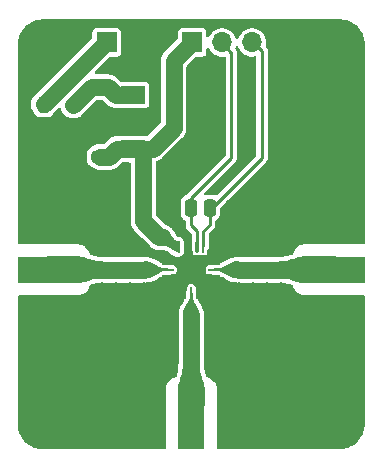
<source format=gbr>
%TF.GenerationSoftware,KiCad,Pcbnew,7.0.5-1.fc38*%
%TF.CreationDate,2023-06-22T15:58:46+02:00*%
%TF.ProjectId,tr_switch,74725f73-7769-4746-9368-2e6b69636164,1*%
%TF.SameCoordinates,Original*%
%TF.FileFunction,Copper,L1,Top*%
%TF.FilePolarity,Positive*%
%FSLAX46Y46*%
G04 Gerber Fmt 4.6, Leading zero omitted, Abs format (unit mm)*
G04 Created by KiCad (PCBNEW 7.0.5-1.fc38) date 2023-06-22 15:58:46*
%MOMM*%
%LPD*%
G01*
G04 APERTURE LIST*
G04 Aperture macros list*
%AMRoundRect*
0 Rectangle with rounded corners*
0 $1 Rounding radius*
0 $2 $3 $4 $5 $6 $7 $8 $9 X,Y pos of 4 corners*
0 Add a 4 corners polygon primitive as box body*
4,1,4,$2,$3,$4,$5,$6,$7,$8,$9,$2,$3,0*
0 Add four circle primitives for the rounded corners*
1,1,$1+$1,$2,$3*
1,1,$1+$1,$4,$5*
1,1,$1+$1,$6,$7*
1,1,$1+$1,$8,$9*
0 Add four rect primitives between the rounded corners*
20,1,$1+$1,$2,$3,$4,$5,0*
20,1,$1+$1,$4,$5,$6,$7,0*
20,1,$1+$1,$6,$7,$8,$9,0*
20,1,$1+$1,$8,$9,$2,$3,0*%
G04 Aperture macros list end*
%TA.AperFunction,SMDPad,CuDef*%
%ADD10RoundRect,0.062500X-0.412500X-0.062500X0.412500X-0.062500X0.412500X0.062500X-0.412500X0.062500X0*%
%TD*%
%TA.AperFunction,SMDPad,CuDef*%
%ADD11RoundRect,0.062500X-0.062500X-0.412500X0.062500X-0.412500X0.062500X0.412500X-0.062500X0.412500X0*%
%TD*%
%TA.AperFunction,SMDPad,CuDef*%
%ADD12RoundRect,0.063750X-0.063750X-0.411250X0.063750X-0.411250X0.063750X0.411250X-0.063750X0.411250X0*%
%TD*%
%TA.AperFunction,ComponentPad*%
%ADD13R,2.030000X2.030000*%
%TD*%
%TA.AperFunction,ComponentPad*%
%ADD14R,1.700000X1.700000*%
%TD*%
%TA.AperFunction,ComponentPad*%
%ADD15O,1.700000X1.700000*%
%TD*%
%TA.AperFunction,SMDPad,CuDef*%
%ADD16R,5.080000X2.290000*%
%TD*%
%TA.AperFunction,SMDPad,CuDef*%
%ADD17R,5.080000X2.420000*%
%TD*%
%TA.AperFunction,SMDPad,CuDef*%
%ADD18R,0.950000X0.460000*%
%TD*%
%TA.AperFunction,ComponentPad*%
%ADD19C,0.970000*%
%TD*%
%TA.AperFunction,ComponentPad*%
%ADD20C,0.700000*%
%TD*%
%TA.AperFunction,ComponentPad*%
%ADD21C,4.400000*%
%TD*%
%TA.AperFunction,SMDPad,CuDef*%
%ADD22RoundRect,0.250000X0.250000X0.475000X-0.250000X0.475000X-0.250000X-0.475000X0.250000X-0.475000X0*%
%TD*%
%TA.AperFunction,SMDPad,CuDef*%
%ADD23RoundRect,0.250000X-0.250000X-0.475000X0.250000X-0.475000X0.250000X0.475000X-0.250000X0.475000X0*%
%TD*%
%TA.AperFunction,SMDPad,CuDef*%
%ADD24RoundRect,0.250000X0.250000X0.250000X-0.250000X0.250000X-0.250000X-0.250000X0.250000X-0.250000X0*%
%TD*%
%TA.AperFunction,SMDPad,CuDef*%
%ADD25R,2.000000X1.500000*%
%TD*%
%TA.AperFunction,SMDPad,CuDef*%
%ADD26R,2.000000X3.800000*%
%TD*%
%TA.AperFunction,SMDPad,CuDef*%
%ADD27RoundRect,0.250000X0.475000X-0.250000X0.475000X0.250000X-0.475000X0.250000X-0.475000X-0.250000X0*%
%TD*%
%TA.AperFunction,SMDPad,CuDef*%
%ADD28RoundRect,0.250000X-0.475000X0.250000X-0.475000X-0.250000X0.475000X-0.250000X0.475000X0.250000X0*%
%TD*%
%TA.AperFunction,SMDPad,CuDef*%
%ADD29R,0.460000X0.950000*%
%TD*%
%TA.AperFunction,SMDPad,CuDef*%
%ADD30R,2.420000X5.080000*%
%TD*%
%TA.AperFunction,SMDPad,CuDef*%
%ADD31R,2.290000X5.080000*%
%TD*%
%TA.AperFunction,ViaPad*%
%ADD32C,0.800000*%
%TD*%
%TA.AperFunction,Conductor*%
%ADD33C,1.450000*%
%TD*%
%TA.AperFunction,Conductor*%
%ADD34C,0.250000*%
%TD*%
G04 APERTURE END LIST*
D10*
%TO.P,U2,1*%
%TO.N,GND*%
X13065000Y-20500000D03*
%TO.P,U2,2,GND*%
X13065000Y-21000000D03*
%TO.P,U2,3*%
%TO.N,/rf1*%
X13065000Y-21500000D03*
%TO.P,U2,4,GND*%
%TO.N,GND*%
X13065000Y-22000000D03*
%TO.P,U2,5,GND*%
X13065000Y-22500000D03*
D11*
%TO.P,U2,6,GND*%
X14000000Y-23435000D03*
%TO.P,U2,7,GND*%
X14500000Y-23435000D03*
%TO.P,U2,8*%
%TO.N,/rfc*%
X15000000Y-23435000D03*
%TO.P,U2,9,GND*%
%TO.N,GND*%
X15500000Y-23435000D03*
%TO.P,U2,10,GND*%
X16000000Y-23435000D03*
D10*
%TO.P,U2,11,GND*%
X16935000Y-22500000D03*
%TO.P,U2,12,GND*%
X16935000Y-22000000D03*
%TO.P,U2,13*%
%TO.N,/rf2*%
X16935000Y-21500000D03*
%TO.P,U2,14,GND*%
%TO.N,GND*%
X16935000Y-21000000D03*
%TO.P,U2,15,GND*%
X16935000Y-20500000D03*
D11*
%TO.P,U2,16*%
%TO.N,Net-(J5-Pin_3)*%
X16000000Y-19565000D03*
D12*
%TO.P,U2,17*%
%TO.N,Net-(J5-Pin_2)*%
X15500000Y-19565000D03*
D11*
%TO.P,U2,18,GND*%
%TO.N,GND*%
X15000000Y-19565000D03*
%TO.P,U2,19,GND*%
X14500000Y-19565000D03*
%TO.P,U2,20*%
%TO.N,+5V*%
X14000000Y-19565000D03*
D13*
%TO.P,U2,21,GND*%
%TO.N,GND*%
X15000000Y-21500000D03*
%TD*%
D14*
%TO.P,J5,1,Pin_1*%
%TO.N,+5V*%
X15066666Y-2250000D03*
D15*
%TO.P,J5,2,Pin_2*%
%TO.N,Net-(J5-Pin_2)*%
X17606666Y-2250000D03*
%TO.P,J5,3,Pin_3*%
%TO.N,Net-(J5-Pin_3)*%
X20146666Y-2250000D03*
%TO.P,J5,4,Pin_4*%
%TO.N,GND*%
X22686666Y-2250000D03*
%TD*%
D16*
%TO.P,J1,1,In*%
%TO.N,/rf1*%
X2870000Y-21500000D03*
D17*
%TO.P,J1,2,Ext*%
%TO.N,GND*%
X2870000Y-17120000D03*
X2870000Y-25880000D03*
D18*
X5860000Y-17120000D03*
X5860000Y-25880000D03*
D19*
X6310000Y-17120000D03*
X6310000Y-25880000D03*
%TD*%
D20*
%TO.P,H2,1,1*%
%TO.N,GND*%
X29140000Y-2510000D03*
X28656726Y-3676726D03*
X28656726Y-1343274D03*
X27490000Y-4160000D03*
D21*
X27490000Y-2510000D03*
D20*
X27490000Y-860000D03*
X26323274Y-3676726D03*
X26323274Y-1343274D03*
X25840000Y-2510000D03*
%TD*%
D22*
%TO.P,C3,2*%
%TO.N,GND*%
X9050000Y-14000000D03*
%TO.P,C3,1*%
%TO.N,+5V*%
X10950000Y-14000000D03*
%TD*%
D23*
%TO.P,C4,1*%
%TO.N,GND*%
X13050000Y-16250000D03*
%TO.P,C4,2*%
%TO.N,Net-(J5-Pin_2)*%
X14950000Y-16250000D03*
%TD*%
D24*
%TO.P,D1,1,K*%
%TO.N,/VDD_p*%
X5000000Y-7750000D03*
%TO.P,D1,2,A*%
%TO.N,VDD*%
X2500000Y-7750000D03*
%TD*%
D15*
%TO.P,J4,2,Pin_2*%
%TO.N,GND*%
X10373333Y-2250000D03*
D14*
%TO.P,J4,1,Pin_1*%
%TO.N,VDD*%
X7833333Y-2250000D03*
%TD*%
D20*
%TO.P,H4,1,1*%
%TO.N,GND*%
X25840000Y-34490000D03*
X26323274Y-33323274D03*
X26323274Y-35656726D03*
X27490000Y-32840000D03*
D21*
X27490000Y-34490000D03*
D20*
X27490000Y-36140000D03*
X28656726Y-33323274D03*
X28656726Y-35656726D03*
X29140000Y-34490000D03*
%TD*%
D22*
%TO.P,C5,1*%
%TO.N,GND*%
X18450000Y-16250000D03*
%TO.P,C5,2*%
%TO.N,Net-(J5-Pin_3)*%
X16550000Y-16250000D03*
%TD*%
D25*
%TO.P,U1,1,IN*%
%TO.N,/VDD_p*%
X10100000Y-6700000D03*
%TO.P,U1,2,GND*%
%TO.N,GND*%
X10100000Y-9000000D03*
D26*
X16400000Y-9000000D03*
D25*
%TO.P,U1,3,OUT*%
%TO.N,+5V*%
X10100000Y-11300000D03*
%TD*%
D20*
%TO.P,H3,1,1*%
%TO.N,GND*%
X860000Y-34480000D03*
X1343274Y-33313274D03*
X1343274Y-35646726D03*
X2510000Y-32830000D03*
D21*
X2510000Y-34480000D03*
D20*
X2510000Y-36130000D03*
X3676726Y-33313274D03*
X3676726Y-35646726D03*
X4160000Y-34480000D03*
%TD*%
D27*
%TO.P,C2,1*%
%TO.N,+5V*%
X7250000Y-11950000D03*
%TO.P,C2,2*%
%TO.N,GND*%
X7250000Y-10050000D03*
%TD*%
D19*
%TO.P,J2,2,Ext*%
%TO.N,GND*%
X23690000Y-17120000D03*
X23690000Y-25880000D03*
D18*
X24140000Y-17120000D03*
X24140000Y-25880000D03*
D17*
X27130000Y-17120000D03*
X27130000Y-25880000D03*
D16*
%TO.P,J2,1,In*%
%TO.N,/rf2*%
X27130000Y-21500000D03*
%TD*%
D28*
%TO.P,C1,1*%
%TO.N,/VDD_p*%
X7250000Y-6050000D03*
%TO.P,C1,2*%
%TO.N,GND*%
X7250000Y-7950000D03*
%TD*%
D20*
%TO.P,H1,1,1*%
%TO.N,GND*%
X870000Y-2510000D03*
X1353274Y-1343274D03*
X1353274Y-3676726D03*
X2520000Y-860000D03*
D21*
X2520000Y-2510000D03*
D20*
X2520000Y-4160000D03*
X3686726Y-1343274D03*
X3686726Y-3676726D03*
X4170000Y-2510000D03*
%TD*%
D22*
%TO.P,C8,1*%
%TO.N,+5V*%
X10950000Y-16250000D03*
%TO.P,C8,2*%
%TO.N,GND*%
X9050000Y-16250000D03*
%TD*%
D19*
%TO.P,J3,2,Ext*%
%TO.N,GND*%
X19380000Y-30690000D03*
X10620000Y-30690000D03*
D29*
X19380000Y-31140000D03*
X10620000Y-31140000D03*
D30*
X19380000Y-34130000D03*
X10620000Y-34130000D03*
D31*
%TO.P,J3,1,In*%
%TO.N,/rfc*%
X15000000Y-34130000D03*
%TD*%
D32*
%TO.N,GND*%
X5000000Y-1000000D03*
X25000000Y-1000000D03*
X1000000Y-7000000D03*
X1000000Y-12500000D03*
X1000000Y-27500000D03*
X7500000Y-36000000D03*
X22500000Y-36000000D03*
X29000000Y-27500000D03*
X29000000Y-12500000D03*
X29000000Y-7500000D03*
X10000000Y-5000000D03*
X25000000Y-36000000D03*
X5000000Y-36000000D03*
X1000000Y-30000000D03*
X29000000Y-30000000D03*
X29000000Y-15000000D03*
X1000000Y-15000000D03*
X1000000Y-10000000D03*
X1000000Y-5000000D03*
X29000000Y-10000000D03*
X29000000Y-5000000D03*
X25000000Y-30000000D03*
X5000000Y-30000000D03*
X10000000Y-25000000D03*
X20000000Y-25000000D03*
X5000000Y-10000000D03*
X5000000Y-15000000D03*
X15000000Y-5000000D03*
X15000000Y-10000000D03*
X20000000Y-15000000D03*
X25000000Y-15000000D03*
X25000000Y-10000000D03*
X25000000Y-5000000D03*
X20000000Y-10000000D03*
X20000000Y-5000000D03*
X12100000Y-20250000D03*
X16300000Y-24450000D03*
X13700000Y-24450000D03*
X12100000Y-22800000D03*
X17900000Y-20200000D03*
X17900000Y-22800000D03*
X20187500Y-23000000D03*
X21375000Y-23000000D03*
X22562500Y-23000000D03*
X19000000Y-23000000D03*
X23400000Y-23400000D03*
X22562500Y-20000000D03*
X21375000Y-20000000D03*
X20187500Y-20000000D03*
X23400000Y-19600000D03*
X19000000Y-20000000D03*
X7437500Y-23000000D03*
X8625000Y-23000000D03*
X9812500Y-23000000D03*
X6600000Y-23400000D03*
X11000000Y-23000000D03*
X9812500Y-20000000D03*
X8625000Y-20000000D03*
X7437500Y-20000000D03*
X11000000Y-20000000D03*
X6600000Y-19600000D03*
X16500000Y-29062500D03*
X16500000Y-27875000D03*
X16500000Y-26687500D03*
X16800000Y-30250000D03*
X16500000Y-25500000D03*
X13500000Y-26687500D03*
X13500000Y-27875000D03*
X13500000Y-29062500D03*
X13500000Y-25500000D03*
X13200000Y-30250000D03*
%TD*%
D33*
%TO.N,VDD*%
X7750000Y-2250000D02*
X7750000Y-2288895D01*
X7750000Y-2288895D02*
X2538895Y-7500000D01*
X2538895Y-7500000D02*
X2500000Y-7500000D01*
%TO.N,/VDD_p*%
X5000000Y-7592823D02*
X6592823Y-6000000D01*
X6592823Y-6000000D02*
X7500000Y-6000000D01*
X7250000Y-6050000D02*
X7957177Y-6050000D01*
X7957177Y-6050000D02*
X8607177Y-6700000D01*
X8607177Y-6700000D02*
X10100000Y-6700000D01*
%TO.N,+5V*%
X10950000Y-14000000D02*
X10950000Y-17400000D01*
X10950000Y-17400000D02*
X12300000Y-18750000D01*
X12300000Y-18750000D02*
X12500000Y-18750000D01*
D34*
%TO.N,Net-(J5-Pin_3)*%
X16550000Y-16250000D02*
X16750000Y-16250000D01*
X16750000Y-16250000D02*
X21000000Y-12000000D01*
X21000000Y-12000000D02*
X21000000Y-3000000D01*
X21000000Y-3000000D02*
X20250000Y-2250000D01*
%TO.N,Net-(J5-Pin_2)*%
X14950000Y-16250000D02*
X14950000Y-15450000D01*
X14950000Y-15450000D02*
X18400000Y-12000000D01*
X18400000Y-12000000D02*
X18400000Y-3150000D01*
X18400000Y-3150000D02*
X17750000Y-2500000D01*
D33*
%TO.N,+5V*%
X15066666Y-2250000D02*
X13500000Y-3816666D01*
X13500000Y-3816666D02*
X13500000Y-9511800D01*
X11761800Y-11250000D02*
X10000000Y-11250000D01*
X13500000Y-9511800D02*
X11761800Y-11250000D01*
X10950000Y-14000000D02*
X10950000Y-11450000D01*
X10950000Y-11450000D02*
X10750000Y-11250000D01*
X10750000Y-11250000D02*
X8750000Y-11250000D01*
X8750000Y-11250000D02*
X8050000Y-11950000D01*
X8050000Y-11950000D02*
X7250000Y-11950000D01*
D34*
%TO.N,Net-(J5-Pin_2)*%
X15500000Y-19565000D02*
X15500000Y-18235641D01*
X15500000Y-18235641D02*
X15000000Y-17735641D01*
X15000000Y-17735641D02*
X15000000Y-16250000D01*
%TO.N,Net-(J5-Pin_3)*%
X16550000Y-16250000D02*
X16550000Y-17700000D01*
X16550000Y-17700000D02*
X16002500Y-18247500D01*
X16002500Y-18247500D02*
X16002500Y-19500000D01*
D33*
%TO.N,/rf1*%
X6250000Y-21500000D02*
X11000000Y-21500000D01*
%TO.N,/rfc*%
X15000000Y-30250000D02*
X15000000Y-25500000D01*
%TO.N,/rf2*%
X23750000Y-21500000D02*
X19000000Y-21500000D01*
%TD*%
%TA.AperFunction,Conductor*%
%TO.N,GND*%
G36*
X18927226Y-2534642D02*
G01*
X18980413Y-2579951D01*
X18995931Y-2613932D01*
X19016909Y-2687664D01*
X19016912Y-2687670D01*
X19116566Y-2887802D01*
X19116571Y-2887810D01*
X19251307Y-3066230D01*
X19416532Y-3216851D01*
X19416534Y-3216853D01*
X19606620Y-3334549D01*
X19606622Y-3334550D01*
X19606624Y-3334551D01*
X19815105Y-3415317D01*
X20034877Y-3456400D01*
X20034879Y-3456400D01*
X20258454Y-3456400D01*
X20258455Y-3456400D01*
X20371814Y-3435209D01*
X20441329Y-3442239D01*
X20496008Y-3485736D01*
X20518491Y-3551890D01*
X20518600Y-3557097D01*
X20518600Y-11749234D01*
X20498915Y-11816273D01*
X20482281Y-11836915D01*
X17141825Y-15177371D01*
X17080502Y-15210856D01*
X17010810Y-15205872D01*
X17006713Y-15204260D01*
X16958302Y-15184208D01*
X16958301Y-15184207D01*
X16958299Y-15184207D01*
X16839755Y-15168600D01*
X16839748Y-15168600D01*
X16260252Y-15168600D01*
X16260248Y-15168600D01*
X16260237Y-15168601D01*
X16221596Y-15173688D01*
X16152561Y-15162922D01*
X16100306Y-15116541D01*
X16081422Y-15049272D01*
X16101904Y-14982471D01*
X16117727Y-14963073D01*
X18694377Y-12386423D01*
X18715014Y-12369793D01*
X18718492Y-12367559D01*
X18751124Y-12329897D01*
X18754109Y-12326691D01*
X18764745Y-12316057D01*
X18773760Y-12304013D01*
X18776505Y-12300607D01*
X18809144Y-12262941D01*
X18810859Y-12259184D01*
X18824392Y-12236377D01*
X18826859Y-12233082D01*
X18844268Y-12186405D01*
X18845948Y-12182347D01*
X18866649Y-12137021D01*
X18867235Y-12132940D01*
X18873792Y-12107250D01*
X18875236Y-12103381D01*
X18875236Y-12103375D01*
X18875237Y-12103375D01*
X18876762Y-12082031D01*
X18878790Y-12053674D01*
X18879258Y-12049318D01*
X18881400Y-12034427D01*
X18881400Y-12019405D01*
X18881558Y-12014980D01*
X18883414Y-11989025D01*
X18885111Y-11965304D01*
X18884232Y-11961264D01*
X18881400Y-11934915D01*
X18881400Y-3215085D01*
X18884234Y-3188727D01*
X18885111Y-3184696D01*
X18881557Y-3135015D01*
X18881400Y-3130593D01*
X18881400Y-3115574D01*
X18881400Y-3115573D01*
X18879257Y-3100674D01*
X18878790Y-3096329D01*
X18875236Y-3046619D01*
X18873793Y-3042752D01*
X18867235Y-3017059D01*
X18866649Y-3012979D01*
X18845958Y-2967671D01*
X18844264Y-2963581D01*
X18826859Y-2916918D01*
X18824385Y-2913613D01*
X18810859Y-2890814D01*
X18809145Y-2887061D01*
X18809143Y-2887058D01*
X18776521Y-2849409D01*
X18773742Y-2845961D01*
X18764751Y-2833950D01*
X18764750Y-2833949D01*
X18764745Y-2833942D01*
X18760299Y-2829496D01*
X18726814Y-2768173D01*
X18731798Y-2698481D01*
X18735820Y-2689217D01*
X18736418Y-2687673D01*
X18736417Y-2687673D01*
X18736420Y-2687669D01*
X18757400Y-2613928D01*
X18794677Y-2554840D01*
X18857986Y-2525281D01*
X18927226Y-2534642D01*
G37*
%TD.AperFunction*%
%TA.AperFunction,Conductor*%
G36*
X27501866Y-300613D02*
G01*
X27557200Y-303960D01*
X27761382Y-316310D01*
X27768814Y-317214D01*
X28022693Y-363738D01*
X28029957Y-365529D01*
X28276378Y-442318D01*
X28283371Y-444971D01*
X28518736Y-550899D01*
X28525371Y-554382D01*
X28746245Y-687905D01*
X28752413Y-692162D01*
X28955586Y-851338D01*
X28961186Y-856299D01*
X29143699Y-1038812D01*
X29148661Y-1044413D01*
X29307837Y-1247586D01*
X29312094Y-1253754D01*
X29445617Y-1474628D01*
X29449100Y-1481263D01*
X29555028Y-1716628D01*
X29557686Y-1723634D01*
X29634469Y-1970039D01*
X29636263Y-1977315D01*
X29682785Y-2231185D01*
X29683689Y-2238624D01*
X29699387Y-2498132D01*
X29699500Y-2501877D01*
X29699500Y-19230500D01*
X29679815Y-19297539D01*
X29627011Y-19343294D01*
X29575500Y-19354500D01*
X24531971Y-19354500D01*
X24531965Y-19354500D01*
X24531964Y-19354501D01*
X24520316Y-19355536D01*
X24412584Y-19365113D01*
X24216954Y-19421089D01*
X24174051Y-19443500D01*
X24036593Y-19515302D01*
X24036591Y-19515303D01*
X24036590Y-19515304D01*
X23878890Y-19643890D01*
X23750304Y-19801590D01*
X23750302Y-19801593D01*
X23707619Y-19883306D01*
X23656090Y-19981953D01*
X23609889Y-20143420D01*
X23572521Y-20202458D01*
X23528193Y-20227495D01*
X23363613Y-20279743D01*
X23360866Y-20280546D01*
X23170610Y-20331411D01*
X23166489Y-20332363D01*
X22956271Y-20373452D01*
X22951478Y-20374196D01*
X22707574Y-20402319D01*
X22702734Y-20402685D01*
X22676630Y-20403638D01*
X22407672Y-20413456D01*
X22407673Y-20413457D01*
X22407619Y-20413459D01*
X22407566Y-20413461D01*
X22406566Y-20413499D01*
X22406157Y-20413515D01*
X22394322Y-20415985D01*
X22368990Y-20418600D01*
X19014145Y-20418600D01*
X19007804Y-20418275D01*
X18989589Y-20416402D01*
X18975925Y-20414998D01*
X18975924Y-20414998D01*
X18960258Y-20415985D01*
X18714398Y-20431474D01*
X18702279Y-20432649D01*
X18690186Y-20434235D01*
X18689499Y-20434326D01*
X18689270Y-20434356D01*
X18677040Y-20436390D01*
X18677006Y-20436396D01*
X18439956Y-20484258D01*
X18428225Y-20487036D01*
X18415727Y-20490439D01*
X18415709Y-20490444D01*
X18403870Y-20494107D01*
X18403859Y-20494110D01*
X18403840Y-20494117D01*
X18200536Y-20564748D01*
X18200476Y-20564770D01*
X18191063Y-20568339D01*
X18191024Y-20568354D01*
X18180926Y-20572507D01*
X18180883Y-20572526D01*
X18180881Y-20572527D01*
X18179806Y-20573006D01*
X18171182Y-20576853D01*
X18171147Y-20576870D01*
X17994401Y-20662013D01*
X17988203Y-20665146D01*
X17981832Y-20668523D01*
X17976119Y-20671685D01*
X17817907Y-20763061D01*
X17814716Y-20764949D01*
X17673819Y-20850352D01*
X17671670Y-20851596D01*
X17550161Y-20918747D01*
X17544540Y-20921493D01*
X17427549Y-20971509D01*
X17419092Y-20972515D01*
X17360166Y-20998534D01*
X17310079Y-21009100D01*
X17222951Y-21009100D01*
X17215600Y-21009251D01*
X17207606Y-21009580D01*
X17207597Y-21009580D01*
X17207586Y-21009581D01*
X17199983Y-21010054D01*
X17160015Y-21013386D01*
X17154877Y-21013600D01*
X16945380Y-21013600D01*
X16944563Y-21013601D01*
X16944558Y-21013601D01*
X16827265Y-21033446D01*
X16827264Y-21033447D01*
X16820015Y-21035953D01*
X16820015Y-21035954D01*
X16798336Y-21044240D01*
X16798328Y-21044244D01*
X16730323Y-21087126D01*
X16697700Y-21107698D01*
X16697699Y-21107699D01*
X16693435Y-21110388D01*
X16627295Y-21129500D01*
X16476514Y-21129500D01*
X16450761Y-21132488D01*
X16450759Y-21132488D01*
X16345426Y-21178997D01*
X16345421Y-21179000D01*
X16264000Y-21260421D01*
X16263997Y-21260426D01*
X16217488Y-21365759D01*
X16217488Y-21365761D01*
X16214500Y-21391514D01*
X16214500Y-21608485D01*
X16217488Y-21634238D01*
X16217488Y-21634240D01*
X16263997Y-21739573D01*
X16263999Y-21739577D01*
X16345423Y-21821001D01*
X16450762Y-21867512D01*
X16476516Y-21870500D01*
X16627175Y-21870500D01*
X16692840Y-21889314D01*
X16697878Y-21892459D01*
X16697879Y-21892460D01*
X16798798Y-21955460D01*
X16807071Y-21958887D01*
X16814756Y-21961794D01*
X16828030Y-21966817D01*
X16828032Y-21966817D01*
X16828034Y-21966818D01*
X16945380Y-21986400D01*
X17154876Y-21986400D01*
X17160015Y-21986613D01*
X17199983Y-21989946D01*
X17207586Y-21990419D01*
X17215584Y-21990748D01*
X17222999Y-21990900D01*
X17310078Y-21990900D01*
X17360165Y-22001466D01*
X17406444Y-22021900D01*
X17427560Y-22028494D01*
X17544542Y-22078503D01*
X17550136Y-22081236D01*
X17617109Y-22118250D01*
X17671617Y-22148375D01*
X17673764Y-22149617D01*
X17814629Y-22234996D01*
X17817974Y-22236975D01*
X17956129Y-22316769D01*
X17976092Y-22328299D01*
X17981883Y-22331503D01*
X17981906Y-22331515D01*
X17981928Y-22331527D01*
X17988204Y-22334852D01*
X17988233Y-22334866D01*
X17988245Y-22334873D01*
X17994410Y-22337989D01*
X17994427Y-22337997D01*
X17994445Y-22338006D01*
X18171053Y-22423081D01*
X18171095Y-22423101D01*
X18176600Y-22425560D01*
X18180540Y-22427321D01*
X18190725Y-22431527D01*
X18200388Y-22435197D01*
X18403816Y-22505874D01*
X18415577Y-22509516D01*
X18428118Y-22512936D01*
X18439904Y-22515730D01*
X18439907Y-22515730D01*
X18439913Y-22515732D01*
X18439928Y-22515735D01*
X18505474Y-22528968D01*
X18676983Y-22563597D01*
X18689193Y-22565630D01*
X18702196Y-22567340D01*
X18709483Y-22568047D01*
X18714379Y-22568524D01*
X18714392Y-22568524D01*
X18714394Y-22568525D01*
X18760989Y-22571460D01*
X18882089Y-22579089D01*
X18889932Y-22580087D01*
X18896739Y-22581400D01*
X18916806Y-22581400D01*
X18920705Y-22581523D01*
X18942692Y-22582907D01*
X18975923Y-22585001D01*
X18985093Y-22585462D01*
X19012762Y-22581905D01*
X19020666Y-22581400D01*
X22369900Y-22581400D01*
X22394757Y-22583917D01*
X22395261Y-22584020D01*
X22407567Y-22586538D01*
X22702748Y-22597313D01*
X22707552Y-22597677D01*
X22951482Y-22625801D01*
X22956269Y-22626545D01*
X23166513Y-22667639D01*
X23170618Y-22668587D01*
X23360901Y-22719461D01*
X23363558Y-22720238D01*
X23501405Y-22763999D01*
X23528192Y-22772503D01*
X23586133Y-22811550D01*
X23609888Y-22856578D01*
X23636838Y-22950762D01*
X23656091Y-23018049D01*
X23750302Y-23198407D01*
X23750304Y-23198409D01*
X23878890Y-23356109D01*
X23959499Y-23421836D01*
X24036593Y-23484698D01*
X24216951Y-23578909D01*
X24412582Y-23634886D01*
X24531963Y-23645500D01*
X29575500Y-23645499D01*
X29642539Y-23665184D01*
X29688294Y-23717988D01*
X29699500Y-23769499D01*
X29699500Y-34498122D01*
X29699387Y-34501867D01*
X29683689Y-34761375D01*
X29682785Y-34768814D01*
X29636263Y-35022684D01*
X29634469Y-35029960D01*
X29557686Y-35276365D01*
X29555028Y-35283371D01*
X29449100Y-35518736D01*
X29445617Y-35525371D01*
X29312094Y-35746245D01*
X29307837Y-35752413D01*
X29148661Y-35955586D01*
X29143692Y-35961195D01*
X28961195Y-36143692D01*
X28955586Y-36148661D01*
X28752413Y-36307837D01*
X28746245Y-36312094D01*
X28525371Y-36445617D01*
X28518736Y-36449100D01*
X28283371Y-36555028D01*
X28276365Y-36557686D01*
X28029960Y-36634469D01*
X28022684Y-36636263D01*
X27768814Y-36682785D01*
X27761375Y-36683689D01*
X27501867Y-36699387D01*
X27498122Y-36699500D01*
X17269500Y-36699500D01*
X17202461Y-36679815D01*
X17156706Y-36627011D01*
X17145500Y-36575500D01*
X17145499Y-31531971D01*
X17145499Y-31531968D01*
X17145499Y-31531964D01*
X17134886Y-31412582D01*
X17078909Y-31216951D01*
X16984698Y-31036593D01*
X16932684Y-30972803D01*
X16856109Y-30878890D01*
X16698409Y-30750304D01*
X16698410Y-30750304D01*
X16698407Y-30750302D01*
X16518049Y-30656091D01*
X16330505Y-30602428D01*
X16271470Y-30565062D01*
X16246580Y-30521196D01*
X16219898Y-30438279D01*
X16219076Y-30435503D01*
X16168367Y-30248367D01*
X16167394Y-30244215D01*
X16126450Y-30037501D01*
X16125692Y-30032674D01*
X16097666Y-29792778D01*
X16097292Y-29787892D01*
X16086540Y-29497121D01*
X16086487Y-29495742D01*
X16086486Y-29495735D01*
X16084020Y-29483928D01*
X16081400Y-29458575D01*
X16081400Y-25514134D01*
X16081725Y-25507791D01*
X16084055Y-25485124D01*
X16085001Y-25475923D01*
X16068525Y-25214394D01*
X16067340Y-25202196D01*
X16065630Y-25189193D01*
X16063597Y-25176983D01*
X16043702Y-25078447D01*
X16015736Y-24939931D01*
X16015732Y-24939914D01*
X16012943Y-24928147D01*
X16009523Y-24915601D01*
X16007024Y-24907532D01*
X16005886Y-24903855D01*
X16005868Y-24903799D01*
X15935203Y-24700407D01*
X15935196Y-24700386D01*
X15931526Y-24690724D01*
X15927321Y-24680540D01*
X15923094Y-24671081D01*
X15923076Y-24671043D01*
X15837997Y-24494424D01*
X15834869Y-24488236D01*
X15833882Y-24486374D01*
X15831503Y-24481883D01*
X15828299Y-24476094D01*
X15828295Y-24476087D01*
X15828290Y-24476078D01*
X15737022Y-24318053D01*
X15735072Y-24314756D01*
X15677231Y-24219327D01*
X15649639Y-24173805D01*
X15648408Y-24171678D01*
X15635981Y-24149193D01*
X15581244Y-24050151D01*
X15578510Y-24044555D01*
X15528493Y-23927559D01*
X15527486Y-23919093D01*
X15501466Y-23860164D01*
X15490900Y-23810077D01*
X15490900Y-23723043D01*
X15490899Y-23722949D01*
X15490748Y-23715599D01*
X15490748Y-23715582D01*
X15490419Y-23707585D01*
X15489946Y-23699982D01*
X15486613Y-23660014D01*
X15486400Y-23654875D01*
X15486400Y-23445447D01*
X15486400Y-23445380D01*
X15486399Y-23444563D01*
X15466552Y-23327261D01*
X15464052Y-23320032D01*
X15455750Y-23298315D01*
X15392746Y-23198409D01*
X15389614Y-23193442D01*
X15370499Y-23127297D01*
X15370499Y-23127173D01*
X15370500Y-22976516D01*
X15367512Y-22950762D01*
X15321001Y-22845423D01*
X15239577Y-22763999D01*
X15239574Y-22763997D01*
X15239573Y-22763997D01*
X15134239Y-22717488D01*
X15108485Y-22714500D01*
X15108484Y-22714500D01*
X14891516Y-22714500D01*
X14891514Y-22714500D01*
X14865761Y-22717488D01*
X14865759Y-22717488D01*
X14760426Y-22763997D01*
X14760421Y-22764000D01*
X14679000Y-22845421D01*
X14678997Y-22845426D01*
X14632488Y-22950759D01*
X14632488Y-22950761D01*
X14629500Y-22976514D01*
X14629500Y-23127173D01*
X14610687Y-23192837D01*
X14544541Y-23298794D01*
X14541107Y-23307085D01*
X14533182Y-23328030D01*
X14513600Y-23445381D01*
X14513600Y-23654875D01*
X14513386Y-23660014D01*
X14512956Y-23665184D01*
X14510055Y-23699971D01*
X14509581Y-23707589D01*
X14509580Y-23707605D01*
X14509251Y-23715599D01*
X14509100Y-23722950D01*
X14509100Y-23810078D01*
X14498535Y-23860163D01*
X14478101Y-23906442D01*
X14471505Y-23927558D01*
X14421493Y-24044540D01*
X14418747Y-24050161D01*
X14351594Y-24171673D01*
X14350350Y-24173821D01*
X14264962Y-24314697D01*
X14262978Y-24318052D01*
X14171706Y-24476081D01*
X14168498Y-24481877D01*
X14165159Y-24488179D01*
X14162030Y-24494366D01*
X14076921Y-24671045D01*
X14076918Y-24671052D01*
X14072699Y-24680488D01*
X14072693Y-24680502D01*
X14068510Y-24690623D01*
X14068508Y-24690629D01*
X14064824Y-24700322D01*
X14064798Y-24700394D01*
X13994112Y-24903854D01*
X13994107Y-24903870D01*
X13990443Y-24915712D01*
X13990436Y-24915733D01*
X13987037Y-24928221D01*
X13984258Y-24939956D01*
X13936396Y-25177006D01*
X13936390Y-25177040D01*
X13934391Y-25189060D01*
X13934354Y-25189285D01*
X13933218Y-25197939D01*
X13932649Y-25202279D01*
X13931475Y-25214397D01*
X13920908Y-25382098D01*
X13919910Y-25389938D01*
X13918600Y-25396735D01*
X13918600Y-25416794D01*
X13918477Y-25420693D01*
X13914998Y-25475920D01*
X13914536Y-25485120D01*
X13914536Y-25485124D01*
X13918093Y-25512776D01*
X13918600Y-25520693D01*
X13918600Y-29459410D01*
X13916071Y-29484326D01*
X13913461Y-29497045D01*
X13913461Y-29497051D01*
X13902707Y-29787881D01*
X13902331Y-29792786D01*
X13874309Y-30032650D01*
X13873546Y-30037505D01*
X13832607Y-30244193D01*
X13831630Y-30248363D01*
X13780921Y-30435509D01*
X13780098Y-30438288D01*
X13753416Y-30521199D01*
X13714141Y-30578985D01*
X13669490Y-30602429D01*
X13481953Y-30656090D01*
X13481951Y-30656090D01*
X13481951Y-30656091D01*
X13301593Y-30750302D01*
X13301591Y-30750303D01*
X13301590Y-30750304D01*
X13143890Y-30878890D01*
X13015304Y-31036590D01*
X12921089Y-31216954D01*
X12865114Y-31412583D01*
X12865113Y-31412586D01*
X12854500Y-31531966D01*
X12854500Y-31531968D01*
X12854501Y-36575500D01*
X12834816Y-36642539D01*
X12782012Y-36688294D01*
X12730501Y-36699500D01*
X2501878Y-36699500D01*
X2498133Y-36699387D01*
X2238624Y-36683689D01*
X2231185Y-36682785D01*
X1977315Y-36636263D01*
X1970039Y-36634469D01*
X1780801Y-36575500D01*
X1723630Y-36557684D01*
X1716628Y-36555028D01*
X1481263Y-36449100D01*
X1474628Y-36445617D01*
X1253754Y-36312094D01*
X1247586Y-36307837D01*
X1044413Y-36148661D01*
X1038812Y-36143699D01*
X856299Y-35961186D01*
X851338Y-35955586D01*
X773935Y-35856789D01*
X692161Y-35752411D01*
X687905Y-35746245D01*
X554382Y-35525371D01*
X550899Y-35518736D01*
X444971Y-35283371D01*
X442318Y-35276378D01*
X365529Y-35029957D01*
X363738Y-35022693D01*
X317214Y-34768814D01*
X316310Y-34761375D01*
X300613Y-34501866D01*
X300500Y-34498122D01*
X300500Y-23769499D01*
X320185Y-23702460D01*
X372989Y-23656705D01*
X424500Y-23645499D01*
X5468028Y-23645499D01*
X5468036Y-23645499D01*
X5587418Y-23634886D01*
X5783049Y-23578909D01*
X5963407Y-23484698D01*
X6121109Y-23356109D01*
X6249698Y-23198407D01*
X6343909Y-23018049D01*
X6397572Y-22830502D01*
X6434937Y-22771469D01*
X6478799Y-22746580D01*
X6561745Y-22719889D01*
X6564495Y-22719076D01*
X6581382Y-22714500D01*
X6751647Y-22668362D01*
X6755776Y-22667395D01*
X6962499Y-22626449D01*
X6967318Y-22625692D01*
X7207220Y-22597666D01*
X7212101Y-22597292D01*
X7502954Y-22586537D01*
X7504258Y-22586487D01*
X7516068Y-22584019D01*
X7541423Y-22581400D01*
X10985865Y-22581400D01*
X10992203Y-22581724D01*
X11024076Y-22585001D01*
X11285604Y-22568525D01*
X11285607Y-22568524D01*
X11285618Y-22568524D01*
X11289473Y-22568149D01*
X11297802Y-22567340D01*
X11310805Y-22565630D01*
X11323015Y-22563597D01*
X11470817Y-22533755D01*
X11560066Y-22515736D01*
X11560076Y-22515733D01*
X11560084Y-22515732D01*
X11571851Y-22512943D01*
X11584397Y-22509523D01*
X11596178Y-22505875D01*
X11799612Y-22435196D01*
X11809274Y-22431526D01*
X11819458Y-22427321D01*
X11828917Y-22423094D01*
X12005554Y-22338006D01*
X12005573Y-22337997D01*
X12005589Y-22337989D01*
X12011752Y-22334874D01*
X12018115Y-22331503D01*
X12023904Y-22328299D01*
X12181933Y-22237029D01*
X12185221Y-22235083D01*
X12326203Y-22149632D01*
X12328311Y-22148411D01*
X12449834Y-22081250D01*
X12455439Y-22078511D01*
X12572449Y-22028488D01*
X12580921Y-22027481D01*
X12621401Y-22009605D01*
X12621402Y-22009606D01*
X12639833Y-22001466D01*
X12689923Y-21990900D01*
X12776956Y-21990900D01*
X12777002Y-21990900D01*
X12784417Y-21990748D01*
X12792414Y-21990419D01*
X12800017Y-21989946D01*
X12839984Y-21986613D01*
X12845123Y-21986400D01*
X13054553Y-21986400D01*
X13054620Y-21986400D01*
X13055437Y-21986399D01*
X13134879Y-21972957D01*
X13172734Y-21966553D01*
X13172735Y-21966553D01*
X13172736Y-21966552D01*
X13172739Y-21966552D01*
X13179968Y-21964052D01*
X13201685Y-21955750D01*
X13256662Y-21921079D01*
X13306556Y-21889615D01*
X13372700Y-21870500D01*
X13523483Y-21870500D01*
X13523484Y-21870500D01*
X13549238Y-21867512D01*
X13654577Y-21821001D01*
X13736001Y-21739577D01*
X13782512Y-21634238D01*
X13785500Y-21608484D01*
X13785500Y-21391516D01*
X13782512Y-21365762D01*
X13736001Y-21260423D01*
X13654577Y-21178999D01*
X13654574Y-21178997D01*
X13654573Y-21178997D01*
X13549239Y-21132488D01*
X13523485Y-21129500D01*
X13523484Y-21129500D01*
X13372825Y-21129500D01*
X13307160Y-21110686D01*
X13201206Y-21044542D01*
X13201203Y-21044541D01*
X13201202Y-21044540D01*
X13192929Y-21041113D01*
X13192923Y-21041110D01*
X13192914Y-21041107D01*
X13171969Y-21033182D01*
X13083956Y-21018495D01*
X13054620Y-21013600D01*
X13054619Y-21013600D01*
X12845123Y-21013600D01*
X12839984Y-21013386D01*
X12800017Y-21010054D01*
X12792414Y-21009581D01*
X12792399Y-21009580D01*
X12792393Y-21009580D01*
X12784399Y-21009251D01*
X12777048Y-21009100D01*
X12777001Y-21009100D01*
X12689921Y-21009100D01*
X12639836Y-20998535D01*
X12593598Y-20978119D01*
X12572457Y-20971513D01*
X12455458Y-20921494D01*
X12449838Y-20918748D01*
X12328342Y-20851604D01*
X12326193Y-20850360D01*
X12185353Y-20764993D01*
X12181998Y-20763008D01*
X12023897Y-20671695D01*
X12018044Y-20668456D01*
X12011734Y-20665116D01*
X12011724Y-20665111D01*
X12011709Y-20665103D01*
X12005583Y-20662008D01*
X11828919Y-20576905D01*
X11819459Y-20572678D01*
X11819437Y-20572668D01*
X11819426Y-20572664D01*
X11809280Y-20568474D01*
X11809266Y-20568469D01*
X11799607Y-20564800D01*
X11596158Y-20494117D01*
X11584332Y-20490457D01*
X11584315Y-20490451D01*
X11571769Y-20487035D01*
X11571770Y-20487035D01*
X11560108Y-20484273D01*
X11560069Y-20484264D01*
X11322914Y-20436380D01*
X11322891Y-20436376D01*
X11310564Y-20434330D01*
X11310541Y-20434326D01*
X11297559Y-20432633D01*
X11297523Y-20432629D01*
X11285568Y-20431473D01*
X11285536Y-20431471D01*
X11285526Y-20431470D01*
X11237008Y-20428413D01*
X11117901Y-20420908D01*
X11110064Y-20419911D01*
X11103261Y-20418600D01*
X11083203Y-20418600D01*
X11079304Y-20418477D01*
X11048384Y-20416529D01*
X11024073Y-20414998D01*
X11014865Y-20414536D01*
X10987212Y-20418093D01*
X10979295Y-20418600D01*
X7540588Y-20418600D01*
X7515673Y-20416071D01*
X7510436Y-20414997D01*
X7502949Y-20413461D01*
X7212116Y-20402707D01*
X7207211Y-20402331D01*
X6967347Y-20374309D01*
X6962492Y-20373546D01*
X6755808Y-20332608D01*
X6751638Y-20331631D01*
X6564506Y-20280926D01*
X6561727Y-20280103D01*
X6478800Y-20253416D01*
X6421014Y-20214141D01*
X6397571Y-20169492D01*
X6343909Y-19981951D01*
X6249698Y-19801593D01*
X6179546Y-19715558D01*
X6121109Y-19643890D01*
X5986861Y-19534426D01*
X5963407Y-19515302D01*
X5783049Y-19421091D01*
X5783048Y-19421090D01*
X5783045Y-19421089D01*
X5665829Y-19387550D01*
X5587418Y-19365114D01*
X5587415Y-19365113D01*
X5587413Y-19365113D01*
X5514631Y-19358642D01*
X5468037Y-19354500D01*
X5468033Y-19354500D01*
X424500Y-19354500D01*
X357461Y-19334815D01*
X311706Y-19282011D01*
X300500Y-19230500D01*
X300500Y-11898310D01*
X6164910Y-11898310D01*
X6168529Y-11974284D01*
X6168599Y-11977233D01*
X6168599Y-12239748D01*
X6184208Y-12358301D01*
X6184209Y-12358305D01*
X6245308Y-12505814D01*
X6245309Y-12505816D01*
X6245310Y-12505817D01*
X6342510Y-12632490D01*
X6469183Y-12729690D01*
X6503444Y-12743881D01*
X6541559Y-12768698D01*
X6578485Y-12803907D01*
X6752215Y-12915556D01*
X6752220Y-12915559D01*
X6943949Y-12992315D01*
X7146739Y-13031400D01*
X7949357Y-13031400D01*
X7969922Y-13033117D01*
X7972503Y-13033551D01*
X8031712Y-13032141D01*
X8062126Y-13031418D01*
X8063601Y-13031400D01*
X8101505Y-13031400D01*
X8101515Y-13031400D01*
X8112158Y-13030383D01*
X8116545Y-13030121D01*
X8178966Y-13028636D01*
X8213308Y-13021164D01*
X8220587Y-13020029D01*
X8255587Y-13016688D01*
X8315522Y-12999089D01*
X8319754Y-12998009D01*
X8380770Y-12984737D01*
X8413074Y-12970902D01*
X8420012Y-12968408D01*
X8453744Y-12958504D01*
X8483778Y-12943019D01*
X8509236Y-12929895D01*
X8513243Y-12928007D01*
X8570617Y-12903439D01*
X8599729Y-12883733D01*
X8606052Y-12879982D01*
X8637308Y-12863870D01*
X8686383Y-12825276D01*
X8689924Y-12822689D01*
X8741649Y-12787682D01*
X8766510Y-12762819D01*
X8772018Y-12757931D01*
X8799646Y-12736206D01*
X8840535Y-12689016D01*
X8843531Y-12685798D01*
X9086613Y-12442716D01*
X9147935Y-12409234D01*
X9174293Y-12406400D01*
X9744600Y-12406400D01*
X9811639Y-12426085D01*
X9857394Y-12478889D01*
X9868600Y-12530400D01*
X9868600Y-13896739D01*
X9868599Y-17299358D01*
X9866884Y-17319909D01*
X9866450Y-17322488D01*
X9866449Y-17322502D01*
X9868582Y-17412126D01*
X9868600Y-17413601D01*
X9868600Y-17451515D01*
X9868599Y-17451515D01*
X9869614Y-17462144D01*
X9869877Y-17466557D01*
X9871364Y-17528970D01*
X9878834Y-17563313D01*
X9879971Y-17570602D01*
X9883311Y-17605584D01*
X9883311Y-17605586D01*
X9891921Y-17634909D01*
X9900845Y-17665302D01*
X9900898Y-17665480D01*
X9901993Y-17669769D01*
X9915260Y-17730763D01*
X9915263Y-17730770D01*
X9929097Y-17763077D01*
X9931593Y-17770021D01*
X9941388Y-17803376D01*
X9941496Y-17803744D01*
X9963504Y-17846434D01*
X9970103Y-17859233D01*
X9971990Y-17863238D01*
X9996558Y-17920612D01*
X9996561Y-17920617D01*
X10016259Y-17949721D01*
X10020024Y-17956067D01*
X10021631Y-17959184D01*
X10036130Y-17987308D01*
X10074727Y-18036388D01*
X10077330Y-18039955D01*
X10112315Y-18091645D01*
X10112321Y-18091653D01*
X10137169Y-18116501D01*
X10142068Y-18122020D01*
X10163790Y-18149642D01*
X10163799Y-18149651D01*
X10210972Y-18190526D01*
X10214198Y-18193529D01*
X10843205Y-18822536D01*
X11464169Y-19443500D01*
X11477495Y-19459254D01*
X11479015Y-19461388D01*
X11479019Y-19461392D01*
X11479021Y-19461394D01*
X11543906Y-19523261D01*
X11544961Y-19524292D01*
X11571761Y-19551092D01*
X11579995Y-19557890D01*
X11583307Y-19560830D01*
X11623786Y-19599426D01*
X11628482Y-19603904D01*
X11658049Y-19622905D01*
X11663998Y-19627249D01*
X11691107Y-19649633D01*
X11745900Y-19679552D01*
X11749702Y-19681807D01*
X11802220Y-19715559D01*
X11834857Y-19728624D01*
X11841506Y-19731757D01*
X11872370Y-19748610D01*
X11931860Y-19767626D01*
X11935993Y-19769113D01*
X11993949Y-19792315D01*
X12028460Y-19798966D01*
X12035603Y-19800790D01*
X12054445Y-19806812D01*
X12069086Y-19811493D01*
X12131060Y-19818902D01*
X12135436Y-19819584D01*
X12156420Y-19823628D01*
X12196739Y-19831400D01*
X12231887Y-19831400D01*
X12239254Y-19831839D01*
X12242543Y-19832232D01*
X12274148Y-19836011D01*
X12336410Y-19831557D01*
X12340833Y-19831400D01*
X12454611Y-19831400D01*
X12480268Y-19834083D01*
X12491602Y-19836481D01*
X12642854Y-19843001D01*
X12648985Y-19843574D01*
X12759206Y-19859441D01*
X12766101Y-19860837D01*
X12808151Y-19871875D01*
X12851691Y-19883306D01*
X12858642Y-19885576D01*
X12930391Y-19913795D01*
X12936416Y-19916547D01*
X13005410Y-19952642D01*
X13009760Y-19955148D01*
X13084783Y-20002526D01*
X13087108Y-20004069D01*
X13151941Y-20049238D01*
X13174326Y-20064833D01*
X13274942Y-20135915D01*
X13276925Y-20137271D01*
X13279286Y-20138886D01*
X13390433Y-20212780D01*
X13391399Y-20213422D01*
X13396296Y-20216565D01*
X13398625Y-20218007D01*
X13401538Y-20219812D01*
X13406477Y-20222762D01*
X13616895Y-20343969D01*
X13616897Y-20343970D01*
X13616899Y-20343971D01*
X13616906Y-20343973D01*
X13616904Y-20343973D01*
X13703902Y-20379936D01*
X13703905Y-20379936D01*
X13703908Y-20379938D01*
X13709748Y-20381500D01*
X13803128Y-20393772D01*
X13803134Y-20393772D01*
X13940665Y-20393772D01*
X14000762Y-20385276D01*
X14040829Y-20379613D01*
X14047062Y-20377815D01*
X14051331Y-20376555D01*
X14158012Y-20323899D01*
X14241816Y-20239456D01*
X14246992Y-20232148D01*
X14247063Y-20232040D01*
X14247079Y-20232020D01*
X14247533Y-20231359D01*
X14247545Y-20231367D01*
X14247550Y-20231361D01*
X14247593Y-20231391D01*
X14262790Y-20212786D01*
X14321001Y-20154577D01*
X14367512Y-20049238D01*
X14370500Y-20023484D01*
X14370500Y-19826944D01*
X14373586Y-19799451D01*
X14375209Y-19792313D01*
X14402066Y-19674198D01*
X14410367Y-19616451D01*
X14410600Y-19612696D01*
X14409510Y-19554451D01*
X14370804Y-19166342D01*
X14370499Y-19160188D01*
X14370500Y-19106516D01*
X14367512Y-19080762D01*
X14367202Y-19080060D01*
X14365091Y-19075277D01*
X14362169Y-19067184D01*
X14360199Y-19060255D01*
X14327659Y-18945823D01*
X14324290Y-18938711D01*
X14311905Y-18914894D01*
X14236910Y-18822540D01*
X14236909Y-18822539D01*
X14236905Y-18822536D01*
X14135998Y-18759543D01*
X14135999Y-18759543D01*
X14131062Y-18757498D01*
X14127718Y-18756113D01*
X14127712Y-18756110D01*
X14127703Y-18756107D01*
X14106758Y-18748182D01*
X14018745Y-18733495D01*
X13989409Y-18728600D01*
X13989408Y-18728600D01*
X13977580Y-18728600D01*
X13957242Y-18726921D01*
X13940660Y-18724164D01*
X13902639Y-18717842D01*
X13861681Y-18703311D01*
X13854130Y-18699017D01*
X13826636Y-18677784D01*
X13785994Y-18636093D01*
X13773119Y-18620528D01*
X13701752Y-18518326D01*
X13699771Y-18515305D01*
X13608104Y-18366235D01*
X13606510Y-18363721D01*
X13605073Y-18361452D01*
X13497144Y-18197314D01*
X13491262Y-18188901D01*
X13484642Y-18179981D01*
X13478078Y-18171658D01*
X13348509Y-18016928D01*
X13348501Y-18016919D01*
X13348494Y-18016911D01*
X13348492Y-18016909D01*
X13336109Y-18003553D01*
X13331010Y-17998581D01*
X13321395Y-17989206D01*
X13307767Y-17977193D01*
X13297128Y-17968725D01*
X13143500Y-17846447D01*
X13143487Y-17846437D01*
X13143480Y-17846432D01*
X13123556Y-17832647D01*
X13123549Y-17832643D01*
X13123545Y-17832640D01*
X13100042Y-17818608D01*
X13100038Y-17818606D01*
X13078433Y-17807602D01*
X13078386Y-17807580D01*
X12869220Y-17718178D01*
X12869221Y-17718178D01*
X12845331Y-17709889D01*
X12845324Y-17709887D01*
X12817757Y-17702435D01*
X12817733Y-17702429D01*
X12810041Y-17700919D01*
X12748052Y-17668685D01*
X12746255Y-17666924D01*
X12067719Y-16988388D01*
X12034234Y-16927065D01*
X12031400Y-16900707D01*
X12031400Y-12392722D01*
X12051085Y-12325683D01*
X12103889Y-12279928D01*
X12106534Y-12278756D01*
X12124883Y-12270898D01*
X12131812Y-12268408D01*
X12165544Y-12258504D01*
X12201924Y-12239748D01*
X12221036Y-12229895D01*
X12225043Y-12228007D01*
X12282417Y-12203439D01*
X12311529Y-12183733D01*
X12317852Y-12179982D01*
X12349108Y-12163870D01*
X12398183Y-12125276D01*
X12401724Y-12122689D01*
X12453449Y-12087682D01*
X12478310Y-12062819D01*
X12483818Y-12057931D01*
X12511446Y-12036206D01*
X12552335Y-11989016D01*
X12555317Y-11985812D01*
X14193502Y-10347627D01*
X14209260Y-10334299D01*
X14211388Y-10332785D01*
X14273248Y-10267906D01*
X14274274Y-10266856D01*
X14301087Y-10240044D01*
X14301087Y-10240043D01*
X14301092Y-10240039D01*
X14307902Y-10231789D01*
X14310810Y-10228511D01*
X14353904Y-10183318D01*
X14372915Y-10153735D01*
X14377243Y-10147807D01*
X14399634Y-10120690D01*
X14429562Y-10065878D01*
X14431791Y-10062121D01*
X14465559Y-10009580D01*
X14478623Y-9976945D01*
X14481760Y-9970286D01*
X14498610Y-9939430D01*
X14517630Y-9879927D01*
X14519105Y-9875825D01*
X14542315Y-9817851D01*
X14548966Y-9783337D01*
X14550790Y-9776195D01*
X14561493Y-9742714D01*
X14568902Y-9680738D01*
X14569584Y-9676361D01*
X14581400Y-9615061D01*
X14581400Y-9579912D01*
X14581839Y-9572545D01*
X14586011Y-9537652D01*
X14581555Y-9475360D01*
X14581399Y-9470994D01*
X14581399Y-4315958D01*
X14601084Y-4248920D01*
X14617718Y-4228278D01*
X15353278Y-3492719D01*
X15414601Y-3459234D01*
X15440959Y-3456400D01*
X15950484Y-3456400D01*
X15950490Y-3456400D01*
X16019766Y-3446307D01*
X16126625Y-3394066D01*
X16126626Y-3394065D01*
X16126628Y-3394064D01*
X16210730Y-3309962D01*
X16210731Y-3309960D01*
X16210730Y-3309960D01*
X16210732Y-3309959D01*
X16262973Y-3203100D01*
X16273066Y-3133824D01*
X16273066Y-2805507D01*
X16292751Y-2738468D01*
X16345555Y-2692713D01*
X16414713Y-2682769D01*
X16478269Y-2711794D01*
X16508066Y-2750235D01*
X16576566Y-2887802D01*
X16576571Y-2887810D01*
X16711307Y-3066230D01*
X16876532Y-3216851D01*
X16876534Y-3216853D01*
X17066620Y-3334549D01*
X17066622Y-3334550D01*
X17066624Y-3334551D01*
X17275105Y-3415317D01*
X17494877Y-3456400D01*
X17494879Y-3456400D01*
X17718454Y-3456400D01*
X17718455Y-3456400D01*
X17771813Y-3446425D01*
X17841328Y-3453455D01*
X17896008Y-3496951D01*
X17918491Y-3563105D01*
X17918600Y-3568313D01*
X17918600Y-11749234D01*
X17898915Y-11816273D01*
X17882281Y-11836915D01*
X14655619Y-15063576D01*
X14634990Y-15080203D01*
X14631509Y-15082440D01*
X14631505Y-15082443D01*
X14598894Y-15120077D01*
X14595882Y-15123312D01*
X14585259Y-15133935D01*
X14576242Y-15145979D01*
X14573470Y-15149418D01*
X14563430Y-15161006D01*
X14517166Y-15194369D01*
X14394184Y-15245309D01*
X14267510Y-15342510D01*
X14170308Y-15469185D01*
X14109209Y-15616694D01*
X14109208Y-15616698D01*
X14093600Y-15735244D01*
X14093600Y-16764755D01*
X14109208Y-16883301D01*
X14109209Y-16883305D01*
X14170308Y-17030814D01*
X14170309Y-17030816D01*
X14170310Y-17030817D01*
X14267510Y-17157490D01*
X14330846Y-17206090D01*
X14394181Y-17254689D01*
X14394182Y-17254689D01*
X14394183Y-17254690D01*
X14442051Y-17274517D01*
X14496455Y-17318356D01*
X14518521Y-17384650D01*
X14518600Y-17389078D01*
X14518600Y-17670556D01*
X14515767Y-17696905D01*
X14514889Y-17700945D01*
X14514889Y-17700947D01*
X14514889Y-17700948D01*
X14518442Y-17750621D01*
X14518600Y-17755046D01*
X14518600Y-17770069D01*
X14520737Y-17784934D01*
X14521209Y-17789331D01*
X14524764Y-17839022D01*
X14526210Y-17842899D01*
X14532763Y-17868575D01*
X14533350Y-17872658D01*
X14533352Y-17872664D01*
X14554042Y-17917971D01*
X14555729Y-17922043D01*
X14573141Y-17968723D01*
X14575615Y-17972028D01*
X14589137Y-17994818D01*
X14590855Y-17998581D01*
X14623479Y-18036232D01*
X14626257Y-18039679D01*
X14635249Y-18051692D01*
X14635254Y-18051698D01*
X14635255Y-18051699D01*
X14645883Y-18062327D01*
X14648888Y-18065555D01*
X14657057Y-18074982D01*
X14681508Y-18103200D01*
X14681510Y-18103201D01*
X14684979Y-18105431D01*
X14705622Y-18122066D01*
X14982281Y-18398724D01*
X15015766Y-18460047D01*
X15018600Y-18486405D01*
X15018600Y-19599426D01*
X15033350Y-19702020D01*
X15033351Y-19702024D01*
X15090401Y-19826944D01*
X15090856Y-19827941D01*
X15093852Y-19831399D01*
X15096713Y-19834700D01*
X15125738Y-19898255D01*
X15127000Y-19915903D01*
X15127000Y-20022423D01*
X15130000Y-20048279D01*
X15130000Y-20048281D01*
X15170006Y-20138886D01*
X15176700Y-20154046D01*
X15258454Y-20235800D01*
X15364221Y-20282500D01*
X15390078Y-20285500D01*
X15390079Y-20285500D01*
X15609921Y-20285500D01*
X15609922Y-20285500D01*
X15635779Y-20282500D01*
X15700670Y-20253848D01*
X15769949Y-20244776D01*
X15800843Y-20253848D01*
X15865734Y-20282500D01*
X15865762Y-20282512D01*
X15891516Y-20285500D01*
X15891517Y-20285500D01*
X16108483Y-20285500D01*
X16108484Y-20285500D01*
X16134238Y-20282512D01*
X16239577Y-20236001D01*
X16321001Y-20154577D01*
X16367512Y-20049238D01*
X16370500Y-20023484D01*
X16370500Y-19856671D01*
X16390185Y-19789633D01*
X16400784Y-19775473D01*
X16411644Y-19762941D01*
X16463389Y-19649634D01*
X16469148Y-19637024D01*
X16469149Y-19637020D01*
X16470554Y-19627249D01*
X16483900Y-19534427D01*
X16483900Y-18498262D01*
X16503585Y-18431224D01*
X16520214Y-18410587D01*
X16844379Y-18086422D01*
X16865026Y-18069786D01*
X16868492Y-18067559D01*
X16901118Y-18029904D01*
X16904118Y-18026684D01*
X16914745Y-18016058D01*
X16923747Y-18004032D01*
X16926527Y-18000582D01*
X16928261Y-17998581D01*
X16959144Y-17962941D01*
X16960861Y-17959179D01*
X16974386Y-17936384D01*
X16976859Y-17933082D01*
X16994268Y-17886405D01*
X16995959Y-17882325D01*
X17002239Y-17868575D01*
X17016649Y-17837021D01*
X17017235Y-17832940D01*
X17023792Y-17807250D01*
X17025236Y-17803381D01*
X17025236Y-17803375D01*
X17025237Y-17803375D01*
X17027875Y-17766474D01*
X17028790Y-17753674D01*
X17029258Y-17749318D01*
X17031400Y-17734427D01*
X17031400Y-17719405D01*
X17031558Y-17714981D01*
X17032455Y-17702435D01*
X17035111Y-17665304D01*
X17034234Y-17661272D01*
X17031399Y-17634909D01*
X17031399Y-17484875D01*
X17031399Y-17368365D01*
X17051084Y-17301329D01*
X17099258Y-17259585D01*
X17098778Y-17258754D01*
X17103093Y-17256262D01*
X17103888Y-17255574D01*
X17105505Y-17254869D01*
X17105813Y-17254692D01*
X17105813Y-17254691D01*
X17105817Y-17254690D01*
X17232490Y-17157490D01*
X17329690Y-17030817D01*
X17390792Y-16883302D01*
X17406400Y-16764748D01*
X17406399Y-16325762D01*
X17426085Y-16258724D01*
X17442714Y-16238087D01*
X21294377Y-12386423D01*
X21315014Y-12369793D01*
X21318492Y-12367559D01*
X21351124Y-12329897D01*
X21354109Y-12326691D01*
X21364745Y-12316057D01*
X21373760Y-12304013D01*
X21376505Y-12300607D01*
X21409144Y-12262941D01*
X21410859Y-12259184D01*
X21424392Y-12236377D01*
X21426859Y-12233082D01*
X21444268Y-12186405D01*
X21445948Y-12182347D01*
X21466649Y-12137021D01*
X21467235Y-12132940D01*
X21473792Y-12107250D01*
X21475236Y-12103381D01*
X21478790Y-12053674D01*
X21479262Y-12049291D01*
X21481400Y-12034427D01*
X21481400Y-12019405D01*
X21481558Y-12014991D01*
X21483415Y-11989025D01*
X21485112Y-11965304D01*
X21484232Y-11961259D01*
X21481400Y-11934910D01*
X21481400Y-3065084D01*
X21484234Y-3038726D01*
X21485111Y-3034695D01*
X21481557Y-2985014D01*
X21481400Y-2980592D01*
X21481400Y-2965574D01*
X21481400Y-2965573D01*
X21479257Y-2950674D01*
X21478790Y-2946329D01*
X21475236Y-2896619D01*
X21473793Y-2892752D01*
X21467235Y-2867059D01*
X21466649Y-2862979D01*
X21453392Y-2833950D01*
X21445958Y-2817671D01*
X21444264Y-2813581D01*
X21426859Y-2766918D01*
X21424385Y-2763613D01*
X21410859Y-2740814D01*
X21409145Y-2737061D01*
X21409143Y-2737058D01*
X21376521Y-2699409D01*
X21373742Y-2695961D01*
X21364751Y-2683950D01*
X21364750Y-2683949D01*
X21364745Y-2683942D01*
X21354112Y-2673309D01*
X21351109Y-2670083D01*
X21342546Y-2660201D01*
X21313522Y-2596645D01*
X21316994Y-2545064D01*
X21322623Y-2525281D01*
X21337605Y-2472625D01*
X21358234Y-2250000D01*
X21337605Y-2027375D01*
X21276420Y-1812331D01*
X21230468Y-1720047D01*
X21176765Y-1612197D01*
X21176760Y-1612189D01*
X21042024Y-1433769D01*
X20876799Y-1283148D01*
X20876797Y-1283146D01*
X20686711Y-1165450D01*
X20686702Y-1165446D01*
X20530347Y-1104874D01*
X20478227Y-1084683D01*
X20258455Y-1043600D01*
X20034877Y-1043600D01*
X19815105Y-1084683D01*
X19815102Y-1084683D01*
X19815102Y-1084684D01*
X19606629Y-1165446D01*
X19606620Y-1165450D01*
X19416534Y-1283146D01*
X19416532Y-1283148D01*
X19251307Y-1433769D01*
X19116571Y-1612189D01*
X19116566Y-1612197D01*
X19016912Y-1812329D01*
X19016910Y-1812333D01*
X18995931Y-1886067D01*
X18958651Y-1945160D01*
X18895341Y-1974717D01*
X18826102Y-1965355D01*
X18772916Y-1920044D01*
X18757399Y-1886068D01*
X18736420Y-1812331D01*
X18690468Y-1720047D01*
X18636765Y-1612197D01*
X18636760Y-1612189D01*
X18502024Y-1433769D01*
X18336799Y-1283148D01*
X18336797Y-1283146D01*
X18146711Y-1165450D01*
X18146702Y-1165446D01*
X17990347Y-1104874D01*
X17938227Y-1084683D01*
X17718455Y-1043600D01*
X17494877Y-1043600D01*
X17275105Y-1084683D01*
X17275102Y-1084683D01*
X17275102Y-1084684D01*
X17066629Y-1165446D01*
X17066620Y-1165450D01*
X16876534Y-1283146D01*
X16876532Y-1283148D01*
X16711307Y-1433769D01*
X16576571Y-1612189D01*
X16576566Y-1612197D01*
X16508066Y-1749764D01*
X16460563Y-1801001D01*
X16392900Y-1818422D01*
X16326560Y-1796496D01*
X16282605Y-1742185D01*
X16273066Y-1694492D01*
X16273066Y-1366181D01*
X16273066Y-1366180D01*
X16273066Y-1366176D01*
X16262973Y-1296900D01*
X16238864Y-1247586D01*
X16210731Y-1190039D01*
X16126626Y-1105934D01*
X16019768Y-1053693D01*
X16002446Y-1051169D01*
X15950490Y-1043600D01*
X14182842Y-1043600D01*
X14136658Y-1050328D01*
X14113563Y-1053693D01*
X14006705Y-1105934D01*
X14006704Y-1105936D01*
X13922602Y-1190038D01*
X13922600Y-1190039D01*
X13870359Y-1296897D01*
X13870359Y-1296900D01*
X13860266Y-1366176D01*
X13860266Y-1366181D01*
X13860266Y-1875706D01*
X13840581Y-1942745D01*
X13823947Y-1963387D01*
X12806497Y-2980836D01*
X12790751Y-2994157D01*
X12788615Y-2995678D01*
X12726756Y-3060551D01*
X12725728Y-3061605D01*
X12698914Y-3088419D01*
X12698910Y-3088424D01*
X12692105Y-3096665D01*
X12689170Y-3099972D01*
X12646097Y-3145146D01*
X12646095Y-3145149D01*
X12627092Y-3174716D01*
X12622743Y-3180672D01*
X12600367Y-3207773D01*
X12600365Y-3207776D01*
X12570447Y-3262565D01*
X12568189Y-3266371D01*
X12534441Y-3318884D01*
X12534439Y-3318888D01*
X12521376Y-3351516D01*
X12518233Y-3358188D01*
X12501392Y-3389031D01*
X12501388Y-3389042D01*
X12482379Y-3448505D01*
X12480882Y-3452669D01*
X12457683Y-3510620D01*
X12451032Y-3545125D01*
X12449208Y-3552271D01*
X12438506Y-3585754D01*
X12438506Y-3585755D01*
X12431095Y-3647737D01*
X12430413Y-3652110D01*
X12418600Y-3713403D01*
X12418600Y-3748552D01*
X12418161Y-3755918D01*
X12413989Y-3790809D01*
X12413989Y-3790815D01*
X12418442Y-3853073D01*
X12418600Y-3857498D01*
X12418600Y-9012507D01*
X12398915Y-9079546D01*
X12382281Y-9100188D01*
X11350188Y-10132281D01*
X11288865Y-10165766D01*
X11262507Y-10168600D01*
X10818113Y-10168600D01*
X10810746Y-10168161D01*
X10775853Y-10163989D01*
X10775852Y-10163989D01*
X10713589Y-10168442D01*
X10709167Y-10168600D01*
X8850642Y-10168600D01*
X8830077Y-10166883D01*
X8827498Y-10166449D01*
X8827496Y-10166449D01*
X8820361Y-10166618D01*
X8737873Y-10168582D01*
X8736398Y-10168600D01*
X8698478Y-10168600D01*
X8687853Y-10169614D01*
X8683438Y-10169877D01*
X8621029Y-10171364D01*
X8586686Y-10178834D01*
X8579400Y-10179970D01*
X8575490Y-10180344D01*
X8544420Y-10183310D01*
X8544411Y-10183312D01*
X8484508Y-10200900D01*
X8480221Y-10201994D01*
X8419228Y-10215263D01*
X8419226Y-10215264D01*
X8386920Y-10229098D01*
X8379978Y-10231593D01*
X8346260Y-10241494D01*
X8290753Y-10270109D01*
X8286762Y-10271989D01*
X8267002Y-10280451D01*
X8229382Y-10296561D01*
X8200282Y-10316256D01*
X8193939Y-10320020D01*
X8162690Y-10336131D01*
X8162688Y-10336132D01*
X8113617Y-10374721D01*
X8110043Y-10377331D01*
X8058357Y-10412314D01*
X8058345Y-10412323D01*
X8033494Y-10437173D01*
X8027978Y-10442069D01*
X8000352Y-10463795D01*
X7959466Y-10510979D01*
X7956450Y-10514218D01*
X7638388Y-10832281D01*
X7577065Y-10865766D01*
X7550707Y-10868600D01*
X7198485Y-10868600D01*
X7044413Y-10883312D01*
X7044409Y-10883313D01*
X6846258Y-10941495D01*
X6662691Y-11036130D01*
X6530958Y-11139725D01*
X6501764Y-11156813D01*
X6469185Y-11170309D01*
X6469183Y-11170310D01*
X6342510Y-11267509D01*
X6342510Y-11267510D01*
X6245308Y-11394185D01*
X6184209Y-11541694D01*
X6184208Y-11541698D01*
X6168600Y-11660244D01*
X6168600Y-11863785D01*
X6167338Y-11881430D01*
X6164911Y-11898310D01*
X6164910Y-11898310D01*
X300500Y-11898310D01*
X300500Y-7448311D01*
X1414911Y-7448311D01*
X1424738Y-7654599D01*
X1456618Y-7786010D01*
X1473427Y-7855296D01*
X1473427Y-7855298D01*
X1559219Y-8043157D01*
X1676062Y-8207241D01*
X1689615Y-8231715D01*
X1712538Y-8287055D01*
X1720310Y-8305817D01*
X1817510Y-8432490D01*
X1944183Y-8529690D01*
X1944184Y-8529690D01*
X1944185Y-8529691D01*
X1971797Y-8541128D01*
X2091698Y-8590792D01*
X2210252Y-8606400D01*
X2210259Y-8606400D01*
X2789741Y-8606400D01*
X2789748Y-8606400D01*
X2908302Y-8590792D01*
X3055817Y-8529690D01*
X3182490Y-8432490D01*
X3279690Y-8305817D01*
X3279692Y-8305813D01*
X3283755Y-8298777D01*
X3284049Y-8298947D01*
X3300305Y-8272629D01*
X3329430Y-8239016D01*
X3332412Y-8235812D01*
X3748651Y-7819573D01*
X3809972Y-7786090D01*
X3879664Y-7791074D01*
X3935597Y-7832946D01*
X3956105Y-7875162D01*
X3982173Y-7972450D01*
X4072414Y-8158219D01*
X4196177Y-8323548D01*
X4313830Y-8430501D01*
X4348993Y-8462466D01*
X4383025Y-8483209D01*
X4388489Y-8486954D01*
X4444183Y-8529690D01*
X4482423Y-8545529D01*
X4499507Y-8554208D01*
X4525339Y-8569954D01*
X4718839Y-8642126D01*
X4922503Y-8676374D01*
X5128966Y-8671459D01*
X5330770Y-8627560D01*
X5520617Y-8546262D01*
X5520622Y-8546258D01*
X5525806Y-8543428D01*
X5525989Y-8543764D01*
X5539829Y-8536311D01*
X5555817Y-8529690D01*
X5634497Y-8469315D01*
X5637426Y-8467202D01*
X5691649Y-8430505D01*
X6969429Y-7152723D01*
X7030750Y-7119240D01*
X7080571Y-7118647D01*
X7146739Y-7131400D01*
X7457884Y-7131400D01*
X7524923Y-7151085D01*
X7545565Y-7167719D01*
X7771346Y-7393500D01*
X7784672Y-7409254D01*
X7786192Y-7411388D01*
X7786196Y-7411392D01*
X7786198Y-7411394D01*
X7851083Y-7473261D01*
X7852138Y-7474292D01*
X7878938Y-7501092D01*
X7878948Y-7501100D01*
X7887172Y-7507890D01*
X7890484Y-7510830D01*
X7934816Y-7553100D01*
X7935659Y-7553904D01*
X7965239Y-7572913D01*
X7971177Y-7577251D01*
X7998287Y-7599634D01*
X7998289Y-7599635D01*
X8053077Y-7629551D01*
X8056886Y-7631812D01*
X8109392Y-7665557D01*
X8142018Y-7678618D01*
X8148696Y-7681764D01*
X8179547Y-7698610D01*
X8239037Y-7717626D01*
X8243170Y-7719113D01*
X8301126Y-7742315D01*
X8335637Y-7748966D01*
X8342780Y-7750790D01*
X8361622Y-7756812D01*
X8376263Y-7761493D01*
X8438237Y-7768902D01*
X8442613Y-7769584D01*
X8460165Y-7772967D01*
X8503916Y-7781400D01*
X8539064Y-7781400D01*
X8546431Y-7781839D01*
X8549720Y-7782232D01*
X8581325Y-7786011D01*
X8643587Y-7781557D01*
X8648010Y-7781400D01*
X8937719Y-7781400D01*
X8992182Y-7794001D01*
X8996541Y-7796131D01*
X8996900Y-7796307D01*
X9066176Y-7806400D01*
X9066182Y-7806400D01*
X11133818Y-7806400D01*
X11133824Y-7806400D01*
X11203100Y-7796307D01*
X11309959Y-7744066D01*
X11309960Y-7744065D01*
X11309962Y-7744064D01*
X11394064Y-7659962D01*
X11394065Y-7659960D01*
X11394066Y-7659959D01*
X11446307Y-7553100D01*
X11456400Y-7483824D01*
X11456400Y-5916176D01*
X11446307Y-5846900D01*
X11394066Y-5740041D01*
X11394065Y-5740040D01*
X11394065Y-5740039D01*
X11309960Y-5655934D01*
X11203102Y-5603693D01*
X11185780Y-5601169D01*
X11133824Y-5593600D01*
X9081470Y-5593600D01*
X9014431Y-5573915D01*
X8993789Y-5557281D01*
X8793007Y-5356499D01*
X8779680Y-5340744D01*
X8778162Y-5338612D01*
X8713262Y-5276730D01*
X8712255Y-5275747D01*
X8685416Y-5248908D01*
X8685403Y-5248896D01*
X8677182Y-5242110D01*
X8673869Y-5239169D01*
X8628699Y-5196100D01*
X8628700Y-5196100D01*
X8628695Y-5196096D01*
X8623492Y-5192752D01*
X8599131Y-5177095D01*
X8593174Y-5172746D01*
X8566069Y-5150367D01*
X8566065Y-5150365D01*
X8511280Y-5120450D01*
X8507472Y-5118191D01*
X8454956Y-5084440D01*
X8422330Y-5071379D01*
X8415658Y-5068236D01*
X8384807Y-5051390D01*
X8325333Y-5032378D01*
X8321171Y-5030881D01*
X8263229Y-5007685D01*
X8249962Y-5005128D01*
X8228716Y-5001032D01*
X8221573Y-4999209D01*
X8188090Y-4988506D01*
X8126106Y-4981095D01*
X8121732Y-4980413D01*
X8060439Y-4968600D01*
X8060438Y-4968600D01*
X8025290Y-4968600D01*
X8017923Y-4968161D01*
X7983030Y-4963989D01*
X7983029Y-4963989D01*
X7920766Y-4968442D01*
X7916344Y-4968600D01*
X7857214Y-4968600D01*
X7811130Y-4959718D01*
X7806051Y-4957685D01*
X7603261Y-4918600D01*
X6948987Y-4918600D01*
X6881948Y-4898915D01*
X6836193Y-4846111D01*
X6826249Y-4776953D01*
X6855274Y-4713397D01*
X6861306Y-4706919D01*
X8075507Y-3492719D01*
X8136830Y-3459234D01*
X8163188Y-3456400D01*
X8717151Y-3456400D01*
X8717157Y-3456400D01*
X8786433Y-3446307D01*
X8893292Y-3394066D01*
X8893293Y-3394065D01*
X8893295Y-3394064D01*
X8977397Y-3309962D01*
X8977398Y-3309960D01*
X8977398Y-3309959D01*
X8977399Y-3309959D01*
X9029640Y-3203100D01*
X9039733Y-3133824D01*
X9039733Y-1366176D01*
X9029640Y-1296900D01*
X9005531Y-1247586D01*
X8977398Y-1190039D01*
X8977396Y-1190038D01*
X8893294Y-1105936D01*
X8893293Y-1105934D01*
X8786435Y-1053693D01*
X8769113Y-1051169D01*
X8717157Y-1043600D01*
X6949509Y-1043600D01*
X6903324Y-1050328D01*
X6880230Y-1053693D01*
X6773372Y-1105934D01*
X6773371Y-1105936D01*
X6689269Y-1190038D01*
X6689267Y-1190039D01*
X6637026Y-1296897D01*
X6637026Y-1296900D01*
X6626933Y-1366176D01*
X6626933Y-1366181D01*
X6626933Y-1831268D01*
X6607248Y-1898307D01*
X6590614Y-1918949D01*
X1948537Y-6561025D01*
X1917684Y-6583555D01*
X1912699Y-6586124D01*
X1912686Y-6586133D01*
X1750356Y-6713791D01*
X1750353Y-6713794D01*
X1615108Y-6869875D01*
X1511850Y-7048723D01*
X1444304Y-7243885D01*
X1444303Y-7243890D01*
X1444303Y-7243891D01*
X1414911Y-7448311D01*
X300500Y-7448311D01*
X300500Y-2501876D01*
X300613Y-2498132D01*
X315622Y-2249999D01*
X316311Y-2238615D01*
X317214Y-2231185D01*
X363739Y-1977302D01*
X365530Y-1970039D01*
X373283Y-1945160D01*
X442319Y-1723615D01*
X444971Y-1716628D01*
X550899Y-1481263D01*
X554382Y-1474628D01*
X687905Y-1253754D01*
X692155Y-1247595D01*
X851346Y-1044402D01*
X856291Y-1038821D01*
X1038821Y-856291D01*
X1044402Y-851346D01*
X1247595Y-692155D01*
X1253754Y-687905D01*
X1474628Y-554382D01*
X1481263Y-550899D01*
X1716628Y-444971D01*
X1723615Y-442319D01*
X1970046Y-365528D01*
X1977302Y-363739D01*
X2231186Y-317213D01*
X2238615Y-316311D01*
X2447921Y-303650D01*
X2498134Y-300613D01*
X2501878Y-300500D01*
X2547595Y-300500D01*
X27452405Y-300500D01*
X27498122Y-300500D01*
X27501866Y-300613D01*
G37*
%TD.AperFunction*%
%TD*%
%TA.AperFunction,Conductor*%
%TO.N,/rf1*%
G36*
X4080959Y-20366760D02*
G01*
X4082793Y-20398680D01*
X4063184Y-20445720D01*
X4029814Y-20502840D01*
X3990365Y-20565000D01*
X3952518Y-20627160D01*
X3944652Y-20642889D01*
X3944653Y-20642888D01*
X3923956Y-20684279D01*
X3923957Y-20684279D01*
X3912361Y-20731318D01*
X3912362Y-20731321D01*
X3925414Y-20763239D01*
X3925415Y-20763240D01*
X3970800Y-20775000D01*
X4028750Y-21500000D01*
X3970800Y-22225000D01*
X3930066Y-22235554D01*
X3930065Y-22235554D01*
X3930065Y-22235553D01*
X3925415Y-22236759D01*
X3925414Y-22236760D01*
X3912362Y-22268678D01*
X3912361Y-22268681D01*
X3922042Y-22307953D01*
X3923957Y-22315720D01*
X3952518Y-22372840D01*
X3990365Y-22435000D01*
X4029814Y-22497160D01*
X4063184Y-22554279D01*
X4082793Y-22601320D01*
X4080959Y-22633240D01*
X4050000Y-22645000D01*
X3979200Y-22645000D01*
X2790380Y-22645000D01*
X2782107Y-22641573D01*
X2778763Y-22634694D01*
X2778677Y-22633971D01*
X2642767Y-21501391D01*
X2642767Y-21498606D01*
X2642859Y-21497845D01*
X2778763Y-20365305D01*
X2783151Y-20357500D01*
X2790380Y-20355000D01*
X4050000Y-20355000D01*
X4080959Y-20366760D01*
G37*
%TD.AperFunction*%
%TD*%
%TA.AperFunction,Conductor*%
%TO.N,/rf1*%
G36*
X5249342Y-20355006D02*
G01*
X5489676Y-20366746D01*
X5490241Y-20366802D01*
X5702855Y-20398645D01*
X5703329Y-20398738D01*
X5897503Y-20445684D01*
X5897808Y-20445768D01*
X6082695Y-20502840D01*
X6267272Y-20565000D01*
X6460436Y-20627160D01*
X6640448Y-20675936D01*
X6671230Y-20684277D01*
X6671234Y-20684278D01*
X6671238Y-20684279D01*
X6671241Y-20684279D01*
X6671247Y-20684281D01*
X6721886Y-20694311D01*
X6908731Y-20731320D01*
X7181967Y-20763240D01*
X7489598Y-20774615D01*
X7497739Y-20778345D01*
X7500829Y-20785375D01*
X7557875Y-21499067D01*
X7557875Y-21500931D01*
X7500829Y-22214624D01*
X7496754Y-22222598D01*
X7489598Y-22225384D01*
X7198825Y-22236136D01*
X7181967Y-22236760D01*
X7181965Y-22236760D01*
X7181955Y-22236761D01*
X6908728Y-22268680D01*
X6671247Y-22315717D01*
X6671230Y-22315721D01*
X6460447Y-22372837D01*
X6460436Y-22372840D01*
X6318267Y-22418589D01*
X6267231Y-22435013D01*
X6082790Y-22497128D01*
X6082648Y-22497174D01*
X5897813Y-22554228D01*
X5897470Y-22554322D01*
X5806760Y-22576254D01*
X5703344Y-22601258D01*
X5702835Y-22601358D01*
X5490244Y-22633196D01*
X5489663Y-22633254D01*
X5272866Y-22643843D01*
X5249342Y-22644993D01*
X5249059Y-22645000D01*
X3979200Y-22645000D01*
X3841800Y-21500000D01*
X3979200Y-20355000D01*
X5249059Y-20355000D01*
X5249342Y-20355006D01*
G37*
%TD.AperFunction*%
%TD*%
%TA.AperFunction,Conductor*%
%TO.N,/rf2*%
G36*
X27247893Y-20358427D02*
G01*
X27251236Y-20365305D01*
X27264394Y-20474949D01*
X27387232Y-21498606D01*
X27387232Y-21501394D01*
X27329003Y-21986643D01*
X27251324Y-22633971D01*
X27251237Y-22634694D01*
X27246849Y-22642500D01*
X27239620Y-22645000D01*
X25982149Y-22645000D01*
X25977995Y-22644238D01*
X25961966Y-22638150D01*
X25949040Y-22633240D01*
X25947206Y-22601320D01*
X25966815Y-22554280D01*
X26000144Y-22497229D01*
X26000236Y-22497079D01*
X26039634Y-22435000D01*
X26077481Y-22372840D01*
X26106042Y-22315719D01*
X26117637Y-22268680D01*
X26104584Y-22236760D01*
X26104583Y-22236759D01*
X26067264Y-22227089D01*
X26060115Y-22221696D01*
X26058536Y-22216695D01*
X26001250Y-21500000D01*
X26058536Y-20783303D01*
X26062611Y-20775330D01*
X26067262Y-20772910D01*
X26104584Y-20763240D01*
X26117637Y-20731320D01*
X26106042Y-20684280D01*
X26077481Y-20627160D01*
X26039634Y-20565000D01*
X26024842Y-20541692D01*
X26000236Y-20502919D01*
X26000124Y-20502736D01*
X25973379Y-20456955D01*
X25966815Y-20445719D01*
X25947206Y-20398680D01*
X25949040Y-20366760D01*
X25977993Y-20355762D01*
X25982148Y-20355000D01*
X27239620Y-20355000D01*
X27247893Y-20358427D01*
G37*
%TD.AperFunction*%
%TD*%
%TA.AperFunction,Conductor*%
%TO.N,/rf2*%
G36*
X25959037Y-20358427D02*
G01*
X25960171Y-20360762D01*
X25961966Y-20361848D01*
X25973379Y-20456957D01*
X25973379Y-20456956D01*
X26040146Y-21013353D01*
X26040147Y-21013357D01*
X26040147Y-21013352D01*
X26098545Y-21500000D01*
X26040147Y-21986646D01*
X26040146Y-21986650D01*
X26040146Y-21986645D01*
X25973379Y-22543040D01*
X25973379Y-22543042D01*
X25973380Y-22543039D01*
X25961966Y-22638150D01*
X25959649Y-22639552D01*
X25957995Y-22642498D01*
X25950764Y-22645000D01*
X24691278Y-22645000D01*
X24691003Y-22644993D01*
X24447545Y-22633253D01*
X24446973Y-22633197D01*
X24231562Y-22601358D01*
X24231060Y-22601261D01*
X24034285Y-22554318D01*
X24033938Y-22554224D01*
X23846623Y-22497179D01*
X23846493Y-22497138D01*
X23659496Y-22435013D01*
X23653832Y-22433215D01*
X23463654Y-22372840D01*
X23437837Y-22365937D01*
X23250015Y-22315722D01*
X23009334Y-22268679D01*
X22764420Y-22240440D01*
X22732502Y-22236760D01*
X22732500Y-22236759D01*
X22732489Y-22236759D01*
X22420751Y-22225379D01*
X22412609Y-22221653D01*
X22409515Y-22214619D01*
X22392852Y-22006151D01*
X22352469Y-21500925D01*
X22352469Y-21499074D01*
X22409515Y-20785379D01*
X22413590Y-20777406D01*
X22420750Y-20774620D01*
X22732502Y-20763240D01*
X23009335Y-20731320D01*
X23250000Y-20684280D01*
X23463654Y-20627160D01*
X23659455Y-20565000D01*
X23846558Y-20502840D01*
X24033968Y-20445765D01*
X24034285Y-20445680D01*
X24231060Y-20398738D01*
X24231546Y-20398644D01*
X24446975Y-20366801D01*
X24447526Y-20366747D01*
X24691003Y-20355006D01*
X24691278Y-20355000D01*
X25950764Y-20355000D01*
X25959037Y-20358427D01*
G37*
%TD.AperFunction*%
%TD*%
%TA.AperFunction,Conductor*%
%TO.N,/rfc*%
G36*
X15714625Y-29499170D02*
G01*
X15722598Y-29503245D01*
X15725384Y-29510401D01*
X15736760Y-29818030D01*
X15736761Y-29818043D01*
X15768680Y-30091270D01*
X15815717Y-30328751D01*
X15815721Y-30328768D01*
X15860323Y-30493371D01*
X15872840Y-30539563D01*
X15935000Y-30732727D01*
X15935013Y-30732767D01*
X15997128Y-30917208D01*
X15997174Y-30917350D01*
X16054228Y-31102185D01*
X16054320Y-31102520D01*
X16093708Y-31265427D01*
X16101258Y-31296654D01*
X16101358Y-31297163D01*
X16133196Y-31509754D01*
X16133254Y-31510335D01*
X16144993Y-31750656D01*
X16145000Y-31750941D01*
X16145000Y-33010419D01*
X16141573Y-33018692D01*
X16134694Y-33022036D01*
X15001394Y-33158032D01*
X14998606Y-33158032D01*
X13865306Y-33022036D01*
X13857500Y-33017648D01*
X13855000Y-33010419D01*
X13855000Y-31750941D01*
X13855007Y-31750656D01*
X13866746Y-31510320D01*
X13866803Y-31509754D01*
X13898645Y-31297139D01*
X13898737Y-31296673D01*
X13945686Y-31102487D01*
X13945770Y-31102185D01*
X14002840Y-30917304D01*
X14065000Y-30732727D01*
X14127160Y-30539563D01*
X14184279Y-30328761D01*
X14231320Y-30091268D01*
X14263240Y-29818032D01*
X14274615Y-29510400D01*
X14278345Y-29502260D01*
X14285373Y-29499170D01*
X14999074Y-29442124D01*
X15000926Y-29442124D01*
X15714625Y-29499170D01*
G37*
%TD.AperFunction*%
%TD*%
%TA.AperFunction,Conductor*%
%TO.N,/rf2*%
G36*
X19007119Y-20778583D02*
G01*
X19010974Y-20785773D01*
X19108532Y-21498412D01*
X19108532Y-21501586D01*
X19010974Y-22214226D01*
X19006457Y-22221958D01*
X18998646Y-22224316D01*
X18743232Y-22208225D01*
X18742441Y-22208121D01*
X18517366Y-22162677D01*
X18516607Y-22162470D01*
X18462159Y-22143553D01*
X18323876Y-22095510D01*
X18323256Y-22095254D01*
X18154364Y-22013896D01*
X18153977Y-22013691D01*
X18000468Y-21925031D01*
X18000361Y-21924968D01*
X17956398Y-21898321D01*
X17853909Y-21836200D01*
X17853886Y-21836187D01*
X17853854Y-21836169D01*
X17706264Y-21754602D01*
X17706253Y-21754596D01*
X17549075Y-21687402D01*
X17549068Y-21687400D01*
X17530390Y-21682536D01*
X17525066Y-21679487D01*
X17524579Y-21679000D01*
X17524577Y-21678999D01*
X17419241Y-21632488D01*
X17419234Y-21632487D01*
X17393494Y-21629501D01*
X17393491Y-21629500D01*
X17393484Y-21629500D01*
X17226708Y-21629500D01*
X17226221Y-21629480D01*
X17198919Y-21627203D01*
X17172500Y-21625000D01*
X17172498Y-21625000D01*
X16945380Y-21625000D01*
X16937107Y-21621573D01*
X16933763Y-21614694D01*
X16920167Y-21501394D01*
X16920167Y-21498606D01*
X16920191Y-21498412D01*
X16933763Y-21385305D01*
X16938151Y-21377500D01*
X16945380Y-21375000D01*
X17172498Y-21375000D01*
X17172500Y-21375000D01*
X17198919Y-21372796D01*
X17226221Y-21370520D01*
X17226708Y-21370500D01*
X17393476Y-21370500D01*
X17393484Y-21370500D01*
X17419238Y-21367512D01*
X17419239Y-21367511D01*
X17419241Y-21367511D01*
X17445054Y-21356112D01*
X17524577Y-21321001D01*
X17525063Y-21320515D01*
X17530386Y-21317464D01*
X17549068Y-21312600D01*
X17706258Y-21245400D01*
X17853909Y-21163800D01*
X18000390Y-21075013D01*
X18000468Y-21074968D01*
X18153989Y-20986301D01*
X18154340Y-20986115D01*
X18323256Y-20904743D01*
X18323876Y-20904488D01*
X18516620Y-20837525D01*
X18517362Y-20837323D01*
X18742451Y-20791876D01*
X18743221Y-20791775D01*
X18998647Y-20775683D01*
X19007119Y-20778583D01*
G37*
%TD.AperFunction*%
%TD*%
%TA.AperFunction,Conductor*%
%TO.N,/rfc*%
G36*
X15114694Y-23433763D02*
G01*
X15122500Y-23438151D01*
X15125000Y-23445380D01*
X15125000Y-23672497D01*
X15129480Y-23726220D01*
X15129500Y-23726707D01*
X15129500Y-23893475D01*
X15129501Y-23893494D01*
X15132487Y-23919234D01*
X15132488Y-23919241D01*
X15178999Y-24024577D01*
X15179000Y-24024579D01*
X15179487Y-24025066D01*
X15182536Y-24030390D01*
X15187400Y-24049068D01*
X15187402Y-24049075D01*
X15254597Y-24206253D01*
X15254603Y-24206264D01*
X15336169Y-24353854D01*
X15336187Y-24353886D01*
X15336200Y-24353909D01*
X15398321Y-24456398D01*
X15424968Y-24500361D01*
X15425031Y-24500468D01*
X15513691Y-24653977D01*
X15513896Y-24654364D01*
X15595253Y-24823256D01*
X15595509Y-24823876D01*
X15662469Y-25016603D01*
X15662677Y-25017366D01*
X15708121Y-25242441D01*
X15708225Y-25243232D01*
X15724316Y-25498646D01*
X15721416Y-25507119D01*
X15714226Y-25510974D01*
X15001587Y-25608532D01*
X14998413Y-25608532D01*
X14285773Y-25510974D01*
X14278041Y-25506457D01*
X14275683Y-25498648D01*
X14291775Y-25243221D01*
X14291876Y-25242451D01*
X14337323Y-25017362D01*
X14337525Y-25016620D01*
X14404490Y-24823873D01*
X14404745Y-24823256D01*
X14404846Y-24823045D01*
X14486115Y-24654340D01*
X14486301Y-24653989D01*
X14575000Y-24500413D01*
X14663800Y-24353909D01*
X14745399Y-24206258D01*
X14812600Y-24049068D01*
X14817464Y-24030386D01*
X14820515Y-24025063D01*
X14821001Y-24024577D01*
X14867512Y-23919238D01*
X14870500Y-23893484D01*
X14870500Y-23726707D01*
X14870520Y-23726220D01*
X14875000Y-23672497D01*
X14875000Y-23445380D01*
X14878427Y-23437107D01*
X14885305Y-23433763D01*
X14998608Y-23420167D01*
X15001392Y-23420167D01*
X15114694Y-23433763D01*
G37*
%TD.AperFunction*%
%TD*%
%TA.AperFunction,Conductor*%
%TO.N,/rf1*%
G36*
X11256775Y-20791775D02*
G01*
X11257549Y-20791876D01*
X11482632Y-20837322D01*
X11483381Y-20837526D01*
X11646821Y-20894309D01*
X11676122Y-20904489D01*
X11676742Y-20904745D01*
X11748409Y-20939268D01*
X11845647Y-20986110D01*
X11846021Y-20986308D01*
X11999530Y-21074968D01*
X11999637Y-21075031D01*
X12146090Y-21163800D01*
X12146135Y-21163825D01*
X12146144Y-21163830D01*
X12293734Y-21245395D01*
X12293745Y-21245401D01*
X12396776Y-21289448D01*
X12450931Y-21312600D01*
X12469612Y-21317464D01*
X12474933Y-21320512D01*
X12475420Y-21320999D01*
X12475422Y-21321000D01*
X12475423Y-21321001D01*
X12519832Y-21340609D01*
X12580758Y-21367511D01*
X12580760Y-21367511D01*
X12580762Y-21367512D01*
X12606516Y-21370500D01*
X12606524Y-21370500D01*
X12773292Y-21370500D01*
X12773779Y-21370520D01*
X12799226Y-21372642D01*
X12827500Y-21375000D01*
X13054620Y-21375000D01*
X13062893Y-21378427D01*
X13066237Y-21385306D01*
X13079832Y-21498606D01*
X13079832Y-21501394D01*
X13066237Y-21614694D01*
X13061849Y-21622500D01*
X13054620Y-21625000D01*
X12827500Y-21625000D01*
X12799226Y-21627357D01*
X12773779Y-21629480D01*
X12773292Y-21629500D01*
X12606516Y-21629500D01*
X12606509Y-21629500D01*
X12606505Y-21629501D01*
X12580765Y-21632487D01*
X12580758Y-21632488D01*
X12475423Y-21678999D01*
X12475419Y-21679002D01*
X12474932Y-21679489D01*
X12469611Y-21682535D01*
X12450931Y-21687400D01*
X12450923Y-21687402D01*
X12293745Y-21754597D01*
X12293734Y-21754603D01*
X12146144Y-21836169D01*
X12146109Y-21836189D01*
X12146099Y-21836194D01*
X12146090Y-21836200D01*
X12098950Y-21864772D01*
X11999637Y-21924968D01*
X11999530Y-21925031D01*
X11846021Y-22013691D01*
X11845634Y-22013896D01*
X11676742Y-22095253D01*
X11676122Y-22095509D01*
X11483395Y-22162469D01*
X11482632Y-22162677D01*
X11257557Y-22208121D01*
X11256766Y-22208225D01*
X11001353Y-22224316D01*
X10992880Y-22221416D01*
X10989025Y-22214226D01*
X10891466Y-21501585D01*
X10891467Y-21498412D01*
X10915755Y-21320999D01*
X10989025Y-20785772D01*
X10993542Y-20778041D01*
X11001350Y-20775683D01*
X11256775Y-20791775D01*
G37*
%TD.AperFunction*%
%TD*%
%TA.AperFunction,Conductor*%
%TO.N,+5V*%
G36*
X12735668Y-18054617D02*
G01*
X12738812Y-18055467D01*
X12925211Y-18135139D01*
X12927896Y-18136742D01*
X13075597Y-18254302D01*
X13077281Y-18255944D01*
X13197594Y-18399620D01*
X13197997Y-18400163D01*
X13301409Y-18557430D01*
X13301504Y-18557580D01*
X13398381Y-18715120D01*
X13423922Y-18751697D01*
X13499519Y-18859957D01*
X13499520Y-18859959D01*
X13615799Y-18979240D01*
X13667399Y-19008579D01*
X13758150Y-19060180D01*
X13937500Y-19090000D01*
X13989409Y-19090000D01*
X13997682Y-19093427D01*
X14001051Y-19100539D01*
X14049894Y-19590314D01*
X14049661Y-19594069D01*
X13952071Y-20023266D01*
X13946895Y-20030574D01*
X13940662Y-20032372D01*
X13803128Y-20032372D01*
X13797288Y-20030810D01*
X13589372Y-19911045D01*
X13589062Y-19910853D01*
X13481353Y-19839245D01*
X13481217Y-19839152D01*
X13381820Y-19768931D01*
X13381819Y-19768931D01*
X13285862Y-19702079D01*
X13285855Y-19702074D01*
X13285847Y-19702069D01*
X13188192Y-19640398D01*
X13083812Y-19585790D01*
X13068051Y-19579591D01*
X12967636Y-19540097D01*
X12930908Y-19530455D01*
X12834566Y-19505165D01*
X12780975Y-19497450D01*
X12679537Y-19482847D01*
X12507168Y-19475416D01*
X12499050Y-19471636D01*
X12496096Y-19465425D01*
X12391498Y-18751692D01*
X12391498Y-18748307D01*
X12495840Y-18036325D01*
X12500430Y-18028638D01*
X12508858Y-18026412D01*
X12735668Y-18054617D01*
G37*
%TD.AperFunction*%
%TD*%
M02*

</source>
